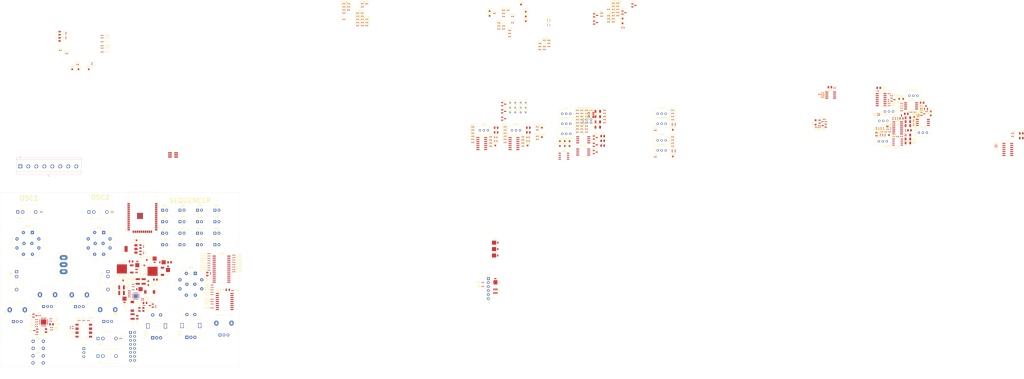
<source format=kicad_pcb>
(kicad_pcb (version 20241229) (generator "pcbnew") (generator_version "9.0")
  (layers (0 "F.Cu" signal) (2 "B.Cu" signal) (13 "F.Paste" user) (15 "B.Paste" user) (5 "F.SilkS" user "F.Silkscreen") (7 "B.SilkS" user "B.Silkscreen") (1 "F.Mask" user) (3 "B.Mask" user) (25 "Edge.Cuts" user))
  (net 0 "")
  (net 1 "GND")
  (net 2 "+12V")
  (net 3 "-12V")
  (net 4 "VIN_5V")
  (net 5 "+15V")
  (net 6 "Net-(C11-Pad1)")
  (net 7 "Net-(D2-A)")
  (net 8 "Net-(U4-PSN)")
  (net 9 "-15V")
  (net 10 "Net-(U4-CP)")
  (net 11 "Net-(U4-CN)")
  (net 12 "Net-(U4-FBN)")
  (net 13 "Net-(U4-FBP)")
  (net 14 "Net-(D5-K)")
  (net 15 "3V3")
  (net 16 "/MCU/ESP_EN")
  (net 17 "Net-(U10-VBUS)")
  (net 18 "/SYNTH_CV/VREF_2V5")
  (net 19 "Net-(U2-+)")
  (net 20 "Net-(C53-Pad1)")
  (net 21 "Net-(Q6A-C1)")
  (net 22 "Net-(C54-Pad2)")
  (net 23 "Net-(C55-Pad1)")
  (net 24 "Net-(Q8-S)")
  (net 25 "Net-(C57-Pad1)")
  (net 26 "/VCO_SAW_B/V_SYNC")
  (net 27 "Net-(U22-+)")
  (net 28 "Net-(C62-Pad1)")
  (net 29 "Net-(Q14-S)")
  (net 30 "Net-(C64-Pad2)")
  (net 31 "/SAW_PULSE_B/V_SAW")
  (net 32 "/SAW_TRIANG_B/V_TRIANGLE")
  (net 33 "Net-(U24A--)")
  (net 34 "/TRIANG_SINE_B/V_SINE")
  (net 35 "Net-(U24B--)")
  (net 36 "Net-(C73-Pad1)")
  (net 37 "/MCU/ESP_GPIO0")
  (net 38 "/SEQUENCER_UI/BT_START_OUT")
  (net 39 "Net-(C78-Pad1)")
  (net 40 "Net-(Q12A-C1)")
  (net 41 "Net-(C79-Pad2)")
  (net 42 "/SEQUENCER_UI/BT_REC_OUT")
  (net 43 "/MCU/SEQ_STEPS_A")
  (net 44 "/MCU/SEQ_STEPS_B")
  (net 45 "/MCU/SEQ_DIRECTION_IN")
  (net 46 "/VCO_SAW_A/V_SYNC")
  (net 47 "Net-(U12-+)")
  (net 48 "/SEQUENCER_UI/SEQ_STEPS_SW")
  (net 49 "/MCU/SEQ_CLK_A")
  (net 50 "/MCU/SEQ_CLK_B")
  (net 51 "/SEQUENCER_UI/SEQ_CLK_SW")
  (net 52 "/SAW_PULSE_A/V_SAW")
  (net 53 "Net-(C89-Pad2)")
  (net 54 "Net-(U14A--)")
  (net 55 "/SAW_TRIANG_A/V_TRIANGLE")
  (net 56 "Net-(U14B--)")
  (net 57 "/TRIANG_SINE_A/V_SINE")
  (net 58 "/SEQUENCER_UI/BT_STOP_OUT")
  (net 59 "Net-(D1-K)")
  (net 60 "VUSB1")
  (net 61 "Net-(D4-A)")
  (net 62 "Net-(D8-K)")
  (net 63 "Net-(D9-A)")
  (net 64 "Net-(D10-K)")
  (net 65 "Net-(D11-K)")
  (net 66 "Net-(D11-A)")
  (net 67 "VIN_5V_EURORACK")
  (net 68 "Net-(D13-K)")
  (net 69 "Net-(D14-K)")
  (net 70 "/SAW_TRIANG_B/V_SAW_INVERTED")
  (net 71 "Net-(D16-K)")
  (net 72 "Net-(D17-K)")
  (net 73 "Net-(D18-K)")
  (net 74 "Net-(D19-K)")
  (net 75 "Net-(D20-K)")
  (net 76 "Net-(D21-K)")
  (net 77 "Net-(D22-K)")
  (net 78 "Net-(D23-K)")
  (net 79 "Net-(D24-K)")
  (net 80 "Net-(D25-K)")
  (net 81 "Net-(D26-K)")
  (net 82 "Net-(D27-K)")
  (net 83 "Net-(D28-K)")
  (net 84 "Net-(D29-K)")
  (net 85 "Net-(D30-K)")
  (net 86 "Net-(D31-K)")
  (net 87 "Net-(D32-K)")
  (net 88 "/SAW_TRIANG_A/V_SAW_INVERTED")
  (net 89 "/OSC_FM_IN")
  (net 90 "/OSC_LFO_INTER")
  (net 91 "/GATE_OUT_INTER")
  (net 92 "/VELOCITY_OUT_INTER")
  (net 93 "/OSC2_OUT_INTER")
  (net 94 "/OSC1_OUT_INTER")
  (net 95 "/OSC2_OUT")
  (net 96 "/VELOCITY_OUT")
  (net 97 "/GATE_OUT")
  (net 98 "/OSC1_OUT")
  (net 99 "/MCU/U0RXD")
  (net 100 "Net-(J7-Pin_2)")
  (net 101 "/MCU/U0TXD")
  (net 102 "/OSC_PWM_IN")
  (net 107 "Net-(J11-Pin_1)")
  (net 108 "Net-(J13-Pin_1)")
  (net 109 "Net-(J15-Pin_1)")
  (net 110 "Net-(J17-Pin_1)")
  (net 111 "Net-(J20-Pin_1)")
  (net 112 "Net-(J22-Pin_1)")
  (net 113 "Net-(Q1-D)")
  (net 114 "/MCU/RTS")
  (net 115 "Net-(Q2-C)")
  (net 116 "Net-(Q2-B)")
  (net 117 "Net-(Q3-B)")
  (net 118 "Net-(Q3-C)")
  (net 119 "/MCU/DTR")
  (net 120 "/MCU/ESP_GPIO12")
  (net 121 "Net-(Q4-D)")
  (net 122 "Net-(Q5-D)")
  (net 123 "Net-(Q6B-C2)")
  (net 124 "Net-(Q6A-E1)")
  (net 125 "Net-(Q6A-B1)")
  (net 126 "Net-(Q7-B)")
  (net 127 "/VCO_SAW_A/V_FM")
  (net 128 "Net-(Q8-D)")
  (net 129 "Net-(Q9-D)")
  (net 130 "Net-(Q10-G)")
  (net 131 "/MCU/OSC2_FB")
  (net 132 "Net-(Q11A-C1)")
  (net 133 "Net-(Q12A-E1)")
  (net 134 "Net-(Q12B-C2)")
  (net 135 "Net-(Q12A-B1)")
  (net 136 "/VCO_SAW_B/V_PITCHSHIFT")
  (net 137 "Net-(Q13-B)")
  (net 138 "Net-(Q14-D)")
  (net 139 "Net-(Q15-D)")
  (net 140 "Net-(Q16-G)")
  (net 141 "/MCU/OSC1_FB")
  (net 142 "Net-(Q17A-C1)")
  (net 143 "/SEQUENCER_UI/BT_START_LED")
  (net 144 "/SEQUENCER_UI/BT_STOP_LED")
  (net 145 "/SEQUENCER_UI/BT_REC_LED")
  (net 146 "/SYNTH_CV/CTRL_VELOCITY_OUT")
  (net 147 "/SYNTH_CV/CTRL_GATE_OUT")
  (net 148 "Net-(R3-Pad1)")
  (net 149 "Net-(R4-Pad1)")
  (net 150 "Net-(J10-Pin_3)")
  (net 151 "Net-(J10-Pin_2)")
  (net 152 "Net-(U4-VREF)")
  (net 153 "/MCU/MIDI_EN")
  (net 154 "/MCU/ESP_GPIO16")
  (net 155 "Net-(R19-Pad2)")
  (net 156 "Net-(U9-TXD0{slash}IO1)")
  (net 157 "/SYNTH_CV/SPI_MOSI")
  (net 158 "Net-(U9-IO13)")
  (net 159 "Net-(U9-IO14)")
  (net 160 "/SYNTH_CV/SPI_SCK")
  (net 161 "Net-(U9-IO15)")
  (net 162 "/MCU/ESP_GPIO15")
  (net 163 "Net-(U9-IO17)")
  (net 164 "Net-(U9-IO18)")
  (net 165 "/SEQUENCER_UI/MCP_RST")
  (net 166 "Net-(U9-IO26)")
  (net 167 "/MCU/CV_VELOCITY_DAC")
  (net 168 "/MCU/I2C_SDA")
  (net 169 "Net-(U9-IO21)")
  (net 170 "/MCU/I2C_SCL")
  (net 171 "Net-(U9-IO22)")
  (net 172 "/CALIBATION_MODE")
  (net 173 "/MCU/ESP_GPIO04")
  (net 174 "/MCU/ESP_GPIO05")
  (net 175 "Net-(U10-~{RST})")
  (net 176 "Net-(U10-TXD)")
  (net 177 "Net-(U10-RXD)")
  (net 178 "Net-(U11A-+)")
  (net 179 "Net-(U19-VoutA)")
  (net 180 "Net-(U21A-+)")
  (net 181 "Net-(U19-VoutB)")
  (net 182 "Net-(U2--)")
  (net 183 "Net-(U11A--)")
  (net 184 "Net-(U21A--)")
  (net 185 "Net-(R60-Pad1)")
  (net 186 "/SYNTH_CV/CTRL_PITCH_OSC1")
  (net 187 "/SYNTH_CV/CTRL_PITCH_OSC2")
  (net 188 "Net-(R66-Pad1)")
  (net 189 "Net-(R68-Pad2)")
  (net 190 "Net-(R69-Pad1)")
  (net 191 "Net-(R70-Pad2)")
  (net 192 "Net-(R71-Pad1)")
  (net 193 "Net-(U21B-+)")
  (net 194 "Net-(R75-Pad2)")
  (net 195 "Net-(R76-Pad1)")
  (net 196 "Net-(R77-Pad1)")
  (net 197 "Net-(U23A--)")
  (net 198 "Net-(R81-Pad2)")
  (net 199 "Net-(R84-Pad2)")
  (net 200 "Net-(U23B--)")
  (net 201 "Net-(U22--)")
  (net 202 "Net-(R90-Pad2)")
  (net 203 "Net-(U24A-+)")
  (net 204 "Net-(R98-Pad1)")
  (net 205 "Net-(R100-Pad1)")
  (net 206 "Net-(R102-Pad1)")
  (net 207 "Net-(R104-Pad2)")
  (net 208 "Net-(R105-Pad2)")
  (net 209 "/SAW_PULSE_A/V_PWM_CTRL")
  (net 210 "Net-(R106-Pad1)")
  (net 211 "Net-(R107-Pad1)")
  (net 212 "Net-(U24D--)")
  (net 213 "/SAW_PULSE_B/V_PULSE")
  (net 214 "Net-(R112-Pad1)")
  (net 215 "Net-(R113-Pad2)")
  (net 216 "Net-(R114-Pad1)")
  (net 217 "Net-(R115-Pad1)")
  (net 218 "Net-(R115-Pad2)")
  (net 219 "Net-(U25-A2)")
  (net 220 "/SEQUENCER_UI/LED1")
  (net 221 "/SEQUENCER_UI/LED9")
  (net 222 "/SEQUENCER_UI/LED2")
  (net 223 "/SEQUENCER_UI/LED10")
  (net 224 "/SEQUENCER_UI/LED3")
  (net 225 "/SEQUENCER_UI/LED11")
  (net 226 "/SEQUENCER_UI/LED4")
  (net 227 "/SEQUENCER_UI/LED12")
  (net 228 "/SEQUENCER_UI/LED5")
  (net 229 "/SEQUENCER_UI/LED13")
  (net 230 "/SEQUENCER_UI/LED6")
  (net 231 "/SEQUENCER_UI/LED14")
  (net 232 "/SEQUENCER_UI/LED7")
  (net 233 "/SEQUENCER_UI/LED15")
  (net 234 "/SEQUENCER_UI/LED8")
  (net 235 "/SEQUENCER_UI/LED16")
  (net 236 "/VCO_SAW_A/V_PITCHSHIFT")
  (net 237 "Net-(R137-Pad2)")
  (net 238 "Net-(R138-Pad1)")
  (net 239 "Net-(R140-Pad2)")
  (net 240 "Net-(R141-Pad1)")
  (net 241 "Net-(U11B-+)")
  (net 242 "Net-(R145-Pad2)")
  (net 243 "Net-(R146-Pad1)")
  (net 244 "Net-(R147-Pad1)")
  (net 245 "Net-(U13A--)")
  (net 246 "Net-(R151-Pad2)")
  (net 247 "Net-(R154-Pad2)")
  (net 248 "Net-(U13B--)")
  (net 249 "Net-(R160-Pad2)")
  (net 250 "Net-(U12--)")
  (net 251 "Net-(U14A-+)")
  (net 252 "Net-(R168-Pad1)")
  (net 253 "Net-(R169-Pad2)")
  (net 254 "Net-(R172-Pad1)")
  (net 255 "Net-(R174-Pad2)")
  (net 256 "Net-(R175-Pad2)")
  (net 257 "Net-(R176-Pad2)")
  (net 258 "Net-(R177-Pad1)")
  (net 259 "Net-(U14D--)")
  (net 260 "/SAW_PULSE_A/V_PULSE")
  (net 261 "Net-(U10-~{SUSPEND})")
  (net 262 "Net-(R180-Pad2)")
  (net 263 "Net-(R182-Pad2)")
  (net 264 "Net-(R184-Pad1)")
  (net 265 "Net-(R186-Pad2)")
  (net 266 "Net-(R188-Pad1)")
  (net 267 "Net-(R189-Pad1)")
  (net 268 "/MCU/MCP2_INT")
  (net 269 "Net-(U15-A0)")
  (net 270 "/MCU/MCP2_RST")
  (net 271 "Net-(U9-IO19)")
  (net 272 "Net-(U23A-+)")
  (net 273 "/MCU/SEQ_GATE_LENGTH_IN")
  (net 274 "Net-(U13A-+)")
  (net 279 "/MCU/CP_DN")
  (net 280 "/MCU/CP_DP")
  (net 281 "Net-(J10-Pin_4)")
  (net 282 "Net-(J10-Pin_5)")
  (net 324 "Net-(J23-Pin_1)")
  (net 325 "Net-(Q7-G)")
  (net 326 "Net-(Q13-G)")
  (footprint "Capacitor_SMD:C_0402_1005Metric" (layer "F.Cu") (at 584.5 46.55)
    (property "Reference" "C79")
    (property "Value" "1nF")
  )
  (footprint "Resistor_SMD:R_0402_1005Metric" (layer "F.Cu") (at 383.49 43.75)
    (property "Reference" "R77")
    (property "Value" "1.8k")
  )
  (footprint "LED_THT:LED_D3.0mm_Clear" (layer "F.Cu") (at 120.111481 100.666666)
    (property "Reference" "D24")
    (property "Value" "LED")
  )
  (footprint "Resistor_SMD:R_0402_1005Metric" (layer "F.Cu") (at 49.5 167.95)
    (property "Reference" "R36")
    (property "Value" "47k")
  )
  (footprint "Package_TO_SOT_SMD:SOT-23" (layer "F.Cu") (at 584 23.05)
    (property "Reference" "U18")
    (property "Value" "LM4040DBZ-2.5")
  )
  (footprint "Capacitor_SMD:C_1210_3225Metric" (layer "F.Cu") (at 94 142.5 180)
    (property "Reference" "C23")
    (property "Value" "22uF")
  )
  (footprint "Resistor_SMD:R_0402_1005Metric" (layer "F.Cu") (at 386.4 29.82)
    (property "Reference" "R78")
    (property "Value" "0R")
  )
  (footprint "Resistor_SMD:R_0402_1005Metric" (layer "F.Cu") (at 149.49 124 180)
    (property "Reference" "R125")
    (property "Value" "470")
  )
  (footprint "TestPoint:TestPoint_Pad_1.0x1.0mm" (layer "F.Cu") (at 412.22 -28.54)
    (property "Reference" "TP17")
    (property "Value" "V_CTRL_PWM")
  )
  (footprint "Resistor_SMD:R_0402_1005Metric" (layer "F.Cu") (at 386.4 33.8)
    (property "Reference" "R80")
    (property "Value" "10k")
  )
  (footprint "Resistor_SMD:R_0402_1005Metric" (layer "F.Cu") (at 602 28.55)
    (property "Reference" "R162")
    (property "Value" "4.7k")
  )
  (footprint "Connector_PinHeader_1.00mm:PinHeader_1x01_P1.00mm_Vertical" (layer "F.Cu") (at 344.15 31.12)
    (property "Reference" "J16")
    (property "Value" "Conn_01x01_Pin")
  )
  (footprint "Resistor_SMD:R_0402_1005Metric" (layer "F.Cu") (at 93.5 175)
    (property "Reference" "R2")
    (property "Value" "1k")
  )
  (footprint "TestPoint:TestPoint_Pad_1.0x1.0mm" (layer "F.Cu") (at 111 141)
    (property "Reference" "TP5" (hide yes))
    (property "Value" "-15V")
  )
  (footprint "Package_SO:SOIC-8_5.3x6.2mm_P1.27mm" (layer "F.Cu") (at 387.26 48.62)
    (property "Reference" "U22")
    (property "Value" "LM311DR")
  )
  (footprint "Resistor_SMD:R_0402_1005Metric" (layer "F.Cu") (at 358.05 46.34)
    (property "Reference" "R177")
    (property "Value" "2.4k")
  )
  (footprint "Capacitor_SMD:C_0805_2012Metric" (layer "F.Cu") (at 594.5 42.57)
    (property "Reference" "C43")
    (property "Value" "1uF")
  )
  (footprint "Resistor_SMD:R_0402_1005Metric" (layer "F.Cu") (at 602 29.55 180)
    (property "Reference" "R161")
    (property "Value" "4.7k")
  )
  (footprint "Capacitor_SMD:C_0402_1005Metric" (layer "F.Cu") (at 164.5 144.5)
    (property "Reference" "C95")
    (property "Value" "100nF")
  )
  (footprint "Diode_SMD:D_SOD-523" (layer "F.Cu") (at 63 168 -90)
    (property "Reference" "D11")
    (property "Value" "1N4148WT")
  )
  (footprint "Resistor_SMD:R_0402_1005Metric" (layer "F.Cu") (at 386.4 39.77)
    (property "Reference" "R83")
    (property "Value" "10k")
  )
  (footprint "Package_DIP:PowerIntegrations_SMD-8" (layer "F.Cu") (at 70 170)
    (property "Reference" "U7")
    (property "Value" "6N137")
  )
  (footprint "Capacitor_SMD:C_1206_3216Metric" (layer "F.Cu") (at 593.5 48.05 180)
    (property "Reference" "C62")
    (property "Value" "100nF")
  )
  (footprint "LED_THT:LED_D3.0mm_Clear" (layer "F.Cu") (at 142.23 93.333333)
    (property "Reference" "D20")
    (property "Value" "LED")
  )
  (footprint "Diode_SMD:D_Powermite_AK" (layer "F.Cu") (at 95.845 150.3475 -90)
    (property "Reference" "D4")
    (property "Value" "D")
  )
  (footprint "Resistor_SMD:R_0402_1005Metric" (layer "F.Cu") (at 317.15 44.34)
    (property "Reference" "R97")
    (property "Value" "10k")
  )
  (footprint "Resistor_SMD:R_0402_1005Metric" (layer "F.Cu") (at 649.5 53 180)
    (property "Reference" "R59")
    (property "Value" "10k")
  )
  (footprint "Potentiometer_THT:Potentiometer_Bourns_3296W_Vertical" (layer "F.Cu") (at 439.63 55.32)
    (property "Reference" "RV10")
    (property "Value" "1k")
  )
  (footprint "Resistor_SMD:R_0402_1005Metric" (layer "F.Cu") (at 578 41.55 -90)
    (property "Reference" "R146")
    (property "Value" "1M")
  )
  (footprint "Capacitor_SMD:C_0402_1005Metric" (layer "F.Cu") (at 362.61 -14.71)
    (property "Reference" "C82")
    (property "Value" "1nF")
  )
  (footprint "Capacitor_SMD:C_0402_1005Metric" (layer "F.Cu") (at 359.74 -10.77)
    (property "Reference" "C80")
    (property "Value" "1nF")
  )
  (footprint "Resistor_SMD:R_0402_1005Metric" (layer "F.Cu") (at 540.362738 35.55 180)
    (property "Reference" "R47")
    (property "Value" "100k")
  )
  (footprint "Resistor_SMD:R_0402_1005Metric" (layer "F.Cu") (at 537.362738 40.55 180)
    (property "Reference" "R52")
    (property "Value" "220")
  )
  (footprint "Diode_SMD:D_Powermite_AK" (layer "F.Cu") (at 331.3285 114)
    (property "Reference" "D9")
    (property "Value" "D")
  )
  (footprint "Resistor_SMD:R_0402_1005Metric" (layer "F.Cu") (at 98.845 146.5)
    (property "Reference" "R14")
    (property "Value" "85.6k")
  )
  (footprint "Connector_PinHeader_1.00mm:PinHeader_1x01_P1.00mm_Vertical" (layer "F.Cu") (at 347.48 31.12)
    (property "Reference" "J19")
    (property "Value" "Conn_01x01_Pin")
  )
  (footprint "Resistor_SMD:R_0402_1005Metric" (layer "F.Cu") (at 383.49 37.78)
    (property "Reference" "R74")
    (property "Value" "100k")
  )
  (footprint "Capacitor_SMD:C_0402_1005Metric" (layer "F.Cu") (at 108 116.5 -90)
    (property "Reference" "C30")
    (property "Value" "100nF")
  )
  (footprint "Capacitor_SMD:C_0402_1005Metric" (layer "F.Cu") (at 365.48 -10.77)
    (property "Reference" "C94")
    (property "Value" "1nF")
  )
  (footprint "Capacitor_SMD:C_0402_1005Metric" (layer "F.Cu") (at 98.845 145.5 180)
    (property "Reference" "C17")
    (property "Value" "10nF")
  )
  (footprint "Resistor_SMD:R_0402_1005Metric" (layer "F.Cu") (at 317.15 48.32)
    (property "Reference" "R99")
    (property "Value" "10k")
  )
  (footprint "Resistor_SMD:R_0402_1005Metric" (layer "F.Cu") (at 539.475 18.635 180)
    (property "Reference" "R57")
    (property "Value" "47k")
  )
  (footprint "Capacitor_SMD:C_1210_3225Metric" (layer "F.Cu") (at 94 146 180)
    (property "Reference" "C22")
    (property "Value" "22uF")
  )
  (footprint "LED_THT:LED_D3.0mm_Clear" (layer "F.Cu") (at 120.111481 108)
    (property "Reference" "D17")
    (property "Value" "LED")
  )
  (footprint "mylib:Jack_3.5mm_QingPu_WQP-PJ398SM_Vertical_CircularHoles" (layer "F.Cu") (at 79.07 186.178434 90)
    (property "Reference" "J4")
    (property "Value" "AudioJack2_SwitchT")
  )
  (footprint "Package_TO_SOT_SMD:SOT-223-3_TabPin2" (layer "F.Cu") (at 100 118 180)
    (property "Reference" "U8")
    (property "Value" "AZ1117CH2-3.3")
  )
  (footprint "Resistor_SMD:R_0402_1005Metric" (layer "F.Cu") (at 383.49 33.8)
    (property "Reference" "R72")
    (property "Value" "100k")
  )
  (footprint "Resistor_SMD:R_0402_1005Metric" (layer "F.Cu") (at 235.26 -37.95)
    (property "Reference" "R109")
    (property "Value" "100k")
  )
  (footprint "mylib:Potentiometer_RV09_Single_Vertical" (layer "F.Cu") (at 156.53 172.725 90)
    (property "Reference" "RV13")
    (property "Value" "100k")
  )
  (footprint "Package_TO_SOT_SMD:SOT-23" (layer "F.Cu") (at 394.94 56.395)
    (property "Reference" "Q10")
    (property "Value" "2N7002")
  )
  (footprint "Capacitor_SMD:C_0805_2012Metric" (layer "F.Cu") (at 106 116.5 -90)
    (property "Reference" "C29")
    (property "Value" "10uF")
  )
  (footprint "Resistor_SMD:R_0402_1005Metric" (layer "F.Cu") (at 151.5 155.5 180)
    (property "Reference" "R198")
    (property "Value" "4.7k")
  )
  (footprint "Resistor_SMD:R_0402_1005Metric" (layer "F.Cu") (at 40 172.45 180)
    (property "Reference" "R46")
    (property "Value" "0R")
  )
  (footprint "Resistor_SMD:R_0402_1005Metric" (layer "F.Cu") (at 389.31 31.81)
    (property "Reference" "R87")
    (property "Value" "0R")
  )
  (footprint "Resistor_SMD:R_0402_1005Metric" (layer "F.Cu") (at 403.42 -26.38)
    (property "Reference" "R68")
    (property "Value" "5.9M")
  )
  (footprint "Package_TO_SOT_SMD:SOT-23" (layer "F.Cu") (at 394.94 51.77)
    (property "Reference" "Q9")
    (property "Value" "2N7002")
  )
  (footprint "Resistor_SMD:R_0402_1005Metric" (layer "F.Cu") (at 392.22 29.82)
    (property "Reference" "R94")
    (property "Value" "4.7k")
  )
  (footprint "Potentiometer_THT:Potentiometer_Bourns_3296W_Vertical" (layer "F.Cu") (at 392.22 37.78)
    (property "Reference" "RV6")
    (property "Value" "100k")
  )
  (footprint "Potentiometer_THT:Potentiometer_Bourns_3296W_Vertical" (layer "F.Cu") (at 326.69 42.55)
    (property "Reference" "RV8")
    (property "Value" "100k")
  )
  (footprint "Resistor_SMD:R_0402_1005Metric" (layer "F.Cu") (at 151.5 145.5)
    (property "Reference" "R115")
    (property "Value" "100k")
  )
  (footprint "Potentiometer_THT:Potentiometer_Bourns_3296W_Vertical" (layer "F.Cu") (at 439.63 38.39)
    (property "Reference" "RV23")
    (property "Value" "1k")
  )
  (footprint "Resistor_SMD:R_0402_1005Metric" (layer "F.Cu") (at 444.09 46.75)
    (property "Reference" "R101")
    (property "Value" "5.1k")
  )
  (footprint "Package_DFN_QFN:VQFN-24-1EP_4x4mm_P0.5mm_EP2.45x2.45mm_ThermalVias" (layer "F.Cu") (at 103.025 148 90)
    (property "Reference" "U4")
    (property "Value" "TPS65131TRGERQ1")
  )
  (footprint "Resistor_SMD:R_0402_1005Metric" (layer "F.Cu") (at 151.5 144)
    (property "Reference" "R190")
    (property "Value" "100k")
  )
  (footprint "Diode_SMD:D_SOD-123F" (layer "F.Cu") (at 534.862738 37.55 90)
    (property "Reference" "D13")
    (property "Value" "BZT52Bxx")
  )
  (footprint "Resistor_SMD:R_0402_1005Metric" (layer "F.Cu") (at 246.9 -35.96)
    (property "Reference" "R189")
    (property "Value" "10k")
  )
  (footprint "mylib:Jack_3.5mm_QingPu_WQP-PJ398SM_Vertical_CircularHoles" (layer "F.Cu") (at 85.35 132.42)
    (property "Reference" "J1")
    (property "Value" "AudioJack2_SwitchT")
  )
  (footprint "Package_TO_SOT_SMD:SOT-23-6" (layer "F.Cu") (at 331.5 144.88 -90)
    (property "Reference" "U3")
    (property "Value" "USBLC6-2SC6")
  )
  (footprint "TestPoint:TestPoint_Pad_1.0x1.0mm" (layer "F.Cu") (at 331.45 52.17)
    (property "Reference" "TP15")
    (property "Value" "V_TRIANGLE")
  )
  (footprint "Resistor_SMD:R_0402_1005Metric" (layer "F.Cu") (at 409.24 -38.32)
    (property "Reference" "R188")
    (property "Value" "470k")
  )
  (footprint "Resistor_SMD:R_0402_1005Metric" (layer "F.Cu") (at 406.33 -28.37)
    (property "Reference" "R184")
    (property "Value" "22.1k")
  )
  (footprint "TestPoint:TestPoint_Pad_1.0x1.0mm" (layer "F.Cu") (at 378.57 52.54)
    (property "Reference" "TP14")
    (property "Value" "V_SYNC_FB3V3")
  )
  (footprint "Capacitor_SMD:C_0805_2012Metric" (layer "F.Cu") (at 573.5 45.05 90)
    (property "Reference" "C77")
    (property "Value" "1uF")
  )
  (footprint "Resistor_SMD:R_0402_1005Metric" (layer "F.Cu") (at 577 43.55)
    (property "Reference" "R150")
    (property "Value" "10k")
  )
  (footprint "Resistor_SMD:R_0402_1005Metric" (layer "F.Cu") (at 403.42 -28.37)
    (property "Reference" "R67")
    (property "Value" "1k")
  )
  (footprint "Resistor_SMD:R_0402_1005Metric" (layer "F.Cu") (at 597 39.05 -90)
    (property "Reference" "R160")
    (property "Value" "1k")
  )
  (footprint "Potentiometer_THT:Potentiometer_Bourns_3296W_Vertical" (layer "F.Cu") (at 575 49.55 180)
    (property "Reference" "RV19")
    (property "Value" "100k")
  )
  (footprint "Resistor_SMD:R_0402_1005Metric" (layer "F.Cu") (at 246.9 -31.98)
    (property "Reference" "R192")
    (property "Value" "100R")
  )
  (footprint "Package_TO_SOT_SMD:TO-252-2" (layer "F.Cu") (at 95.46 130.72 180)
    (property "Reference" "U5")
    (property "Value" "MC78M12CDTRKG")
  )
  (footprint "Package_TO_SOT_SMD:SOT-23" (layer "F.Cu") (at 395.08 -30.595)
    (property "Reference" "Q7")
    (property "Value" "2N7002")
  )
  (footprint "LED_THT:LED_D3.0mm_Clear" (layer "F.Cu") (at 153.289259 108)
    (property "Reference" "D23")
    (property "Value" "LED")
  )
  (footprint "Resistor_SMD:R_0402_1005Metric" (layer "F.Cu") (at 389.31 37.78)
    (property "Reference" "R90")
    (property "Value" "1k")
  )
  (footprint "Resistor_SMD:R_0402_1005Metric" (layer "F.Cu") (at 537.475 19.635 180)
    (property "Reference" "R63")
    (property "Value" "1k")
  )
  (footprint "Capacitor_SMD:C_0805_2012Metric" (layer "F.Cu") (at 543.975 15.135 180)
    (property "Reference" "C61")
    (property "Value" "1uF")
  )
  (footprint "Diode_SMD:D_Powermite_AK" (layer "F.Cu") (at 331.3285 118.09)
    (property "Reference" "D10")
    (property "Value" "D")
  )
  (footprint "Capacitor_SMD:C_0805_2012Metric" (layer "F.Cu") (at 352.37 40.87)
    (property "Reference" "C6")
    (property "Value" "1uF")
  )
  (footprint "Resistor_SMD:R_0402_1005Metric" (layer "F.Cu") (at 58.63 -16.255 90)
    (property "Reference" "R18")
    (property "Value" "10k")
  )
  (footprint "Capacitor_SMD:C_1206_3216Metric" (layer "F.Cu") (at 593.5 50.55 180)
    (property "Reference" "C63")
    (property "Value" "100nF")
  )
  (footprint "Resistor_SMD:R_0402_1005Metric" (layer "F.Cu") (at 149.49 127 180)
    (property "Reference" "R129")
    (property "Value" "470")
  )
  (footprint "Diode_SMD:D_SOD-523" (layer "F.Cu") (at 352.195 46.97)
    (property "Reference" "D32")
    (property "Value" "1N4148WT")
  )
  (footprint "LED_THT:LED_D3.0mm_Clear" (layer "F.Cu") (at 142.23 115.333333)
    (property "Reference" "D29")
    (property "Value" "LED")
  )
  (footprint "TestPoint:TestPoint_Pad_1.0x1.0mm" (layer "F.Cu") (at 608 30.55)
    (property "Reference" "TP24")
    (property "Value" "V_SYNC_FB3V3")
  )
  (footprint "TestPoint:TestPoint_Pad_1.0x1.0mm" (layer "F.Cu") (at 95 138)
    (property "Reference" "TP4" (hide yes))
    (property "Value" "+15V")
  )
  (footprint "Resistor_SMD:R_0402_1005Metric" (layer "F.Cu") (at 246.9 -26.01)
    (property "Reference" "R195")
    (property "Value" "100R")
  )
  (footprint "Capacitor_SMD:C_0402_1005Metric" (layer "F.Cu") (at 660.07 46.47)
    (property "Reference" "C51")
    (property "Value" "100nF")
  )
  (footprint "Resistor_SMD:R_0402_1005Metric" (layer "F.Cu") (at 535.362738 40.55 180)
    (property "Reference" "R54")
    (property "Value" "1k")
  )
  (footprint "Resistor_SMD:R_0402_1005Metric" (layer "F.Cu") (at 107.345 150.5 180)
    (property "Reference" "R8")
    (property "Value" "100R")
  )
  (footprint "Resistor_SMD:R_0402_1005Metric" (layer "F.Cu") (at 589.5 28.55)
    (property "Reference" "R149")
    (property "Value" "10k")
  )
  (footprint "Capacitor_SMD:C_0402_1005Metric" (layer "F.Cu") (at 328.49 46.73)
    (property "Reference" "C1")
    (property "Value" "100nF")
  )
  (footprint "Capacitor_SMD:C_0805_2012Metric" (layer "F.Cu") (at 575 15.55)
    (property "Reference" "C41")
    (property "Value" "1uF")
  )
  (footprint "LED_THT:LED_D3.0mm_Clear" (layer "F.Cu") (at 120.111481 93.333333)
    (property "Reference" "D16")
    (property "Value" "LED")
  )
  (footprint "TestPoint:TestPoint_Pad_1.0x1.0mm" (layer "F.Cu") (at 350.75 -29.875)
    (property "Reference" "TP35")
    (property "Value" "ESP_EN")
  )
  (footprint "Potentiometer_THT:Potentiometer_Bourns_3296W_Vertical" (layer "F.Cu") (at 439.63 48.94)
    (property "Reference" "RV9")
    (property "Value" "1k")
  )
  (footprint "Capacitor_SMD:C_0402_1005Metric" (layer "F.Cu") (at 340.5 -17.03)
    (property "Reference" "C75")
    (property "Value" "1nF")
  )
  (footprint "Resistor_SMD:R_0402_1005Metric" (layer "F.Cu") (at 589.5 27.05 180)
    (property "Reference" "R151")
    (property "Value" "10k")
  )
  (footprint "Capacitor_SMD:C_0805_2012Metric" (layer "F.Cu") (at 665.55 47.51)
    (property "Reference" "C50")
    (property "Value" "1uF")
  )
  (footprint "Resistor_SMD:R_0402_1005Metric" (layer "F.Cu") (at 336.57 -23.85)
    (property "Reference" "R37")
    (property "Value" "10k")
  )
  (footprint "Button_Switch_THT:SW_PUSH_6mm" (layer "F.Cu") (at 37.75 186)
    (property "Reference" "SW5")
    (property "Value" "SW_Push")
  )
  (footprint "Resistor_SMD:R_0402_1005Metric" (layer "F.Cu") (at 59.13 -6.255)
    (property "Reference" "R22")
    (property "Value" "33R")
  )
  (footprint "Diode_SMD:D_Powermite_AK" (layer "F.Cu") (at 331.3285 122.18)
    (property "Reference" "D12")
    (property "Value" "D")
  )
  (footprint "Capacitor_SMD:C_0402_1005Metric" (layer "F.Cu") (at 577.5 45.55 -90)
    (property "Reference" "C78")
    (property "Value" "100nF")
  )
  (footprint "Capacitor_SMD:C_1206_3216Metric" (layer "F.Cu") (at 396.5 30.5)
    (property "Reference" "C55")
    (property "Value" "100nF")
  )
  (footprint "Capacitor_SMD:C_0805_2012Metric" (layer "F.Cu") (at 331.92 40.87)
    (property "Reference" "C2")
    (property "Value" "1uF")
  )
  (footprint "Capacitor_SMD:C_0805_2012Metric" (layer "F.Cu") (at 148.5 134 -90)
    (property "Reference" "C68")
    (property "Value" "1uF")
  )
  (footprint "Resistor_SMD:R_0402_1005Metric" (layer "F.Cu") (at 398.99 -30.01)
    (property "Reference" "R65")
    (property "Value" "1k")
  )
  (footprint "Resistor_SMD:R_0402_1005Metric" (layer "F.Cu") (at 444.09 50.73)
    (property "Reference" "R103")
    (property "Value" "10k")
  )
  (footprint "Resistor_SMD:R_0402_1005Metric" (layer "F.Cu") (at 317.15 42.35)
    (property "Reference" "R96")
    (property "Value" "4.7k")
  )
  (footprint "Diode_SMD:D_Powermite_AK" (layer "F.Cu") (at 123.5 130.6525 90)
    (property "Reference" "D6")
    (property "Value" "D")
  )
  (footprint "Resistor_SMD:R_0402_1005Metric" (layer "F.Cu") (at 243.99 -31.98)
    (property "Reference" "R138")
    (property "Value" "10k")
  )
  (footprint "TestPoint:TestPoint_Pad_1.0x1.0mm" (layer "F.Cu") (at 73.13 3.745)
    (property "Reference" "TP31")
    (property "Value" "CS")
  )
  (footprint "Capacitor_SMD:C_0805_2012Metric" (layer "F.Cu") (at 106 120.5 90)
    (property "Reference" "C26")
    (property "Value" "10uF")
  )
  (footprint "Resistor_SMD:R_0402_1005Metric" (layer "F.Cu") (at 597 36.55 -90)
    (property "Reference" "R159")
    (property "Value" "22.1k")
  )
  (footprint "Package_TO_SOT_SMD:SOT-23" (layer "F.Cu") (at 413.15 -32.29)
    (property "Reference" "Q13")
    (property "Value" "BC848")
  )
  (footprint "Resistor_SMD:R_0402_1005Metric" (layer "F.Cu") (at 575 41.55 90)
    (property "Reference" "R143")
    (property "Value" "100k")
  )
  (footprint "RF_Module:ESP32-WROOM-32D" (layer "F.Cu") (at 107.25 97.55)
    (property "Reference" "U9")
    (property "Value" "ESP32-WROOM-32E")
  )
  (footprint "LED_THT:LED_D3.0mm_Clear" (layer "F.Cu") (at 142.23 108)
    (property "Reference" "D21")
    (property "Value" "LED")
  )
  (footprint "Package_TO_SOT_SMD:SOT-23" (layer "F.Cu") (at 336.7 30.52)
    (property "Reference" "Q19")
    (property "Value" "2N7002")
  )
  (footprint "Capacitor_SMD:C_0402_1005Metric" (layer "F.Cu") (at 600 33.55 180)
    (property "Reference" "C84")
    (property "Value" "2.2nF")
  )
  (footprint "Connector_PinHeader_2.54mm:PinHeader_2x08_P2.54mm_Vertical" (layer "F.Cu") (at 99.725 171.11)
    (property "Reference" "J9")
    (property "Value" "Conn_02x08_Odd_Even")
  )
  (footprint "Capacitor_SMD:C_0805_2012Metric" (layer "F.Cu") (at 54.63 -15.255 -90)
    (property "Reference" "C33")
    (property "Value" "1uF")
  )
  (footprint "Capacitor_SMD:C_0805_2012Metric" (layer "F.Cu") (at 602.5 25.05)
    (property "Reference" "C71")
    (property "Value" "1uF")
  )
  (footprint "Package_SO:SOIC-18W_7.5x11.6mm_P1.27mm" (layer "F.Cu") (at 159.5 151.5)
    (property "Reference" "U15")
    (property "Value" "MCP23008-xSO")
  )
  (footprint "Resistor_SMD:R_0402_1005Metric" (layer "F.Cu") (at 336.57 -31.81)
    (property "Reference" "R33")
    (property "Value" "10k")
  )
  (footprint "Resistor_SMD:R_0402_1005Metric" (layer "F.Cu") (at 339.48 -33.8)
    (property "Reference" "R39")
    (property "Value" "4.7k")
  )
  (footprint "Resistor_SMD:R_0402_1005Metric" (layer "F.Cu") (at 358.05 40.36)
    (property "Reference" "R107")
    (property "Value" "2.4k")
  )
  (footprint "Resistor_SMD:R_0402_1005Metric" (layer "F.Cu") (at 49.5 169.45 180)
    (property "Reference" "R35")
    (property "Value" "22.1k")
  )
  (footprint "TestPoint:TestPoint_Pad_1.0x1.0mm" (layer "F.Cu") (at 412.22 -25.49)
    (property "Reference" "TP27")
    (property "Value" "V_CTRL_FM")
  )
  (footprint "Resistor_SMD:R_0402_1005Metric" (layer "F.Cu") (at 67 163.5 180)
    (property "Reference" "R16")
    (property "Value" "100k")
  )
  (footprint "Resistor_SMD:R_1206_3216Metric" (layer "F.Cu") (at 593.5 37.05)
    (property "Reference" "R182")
    (property "Value" "0R")
  )
  (footprint "Resistor_SMD:R_0402_1005Metric" (layer "F.Cu") (at 75.13 0.245 -90)
    (property "Reference" "R23")
    (property "Value" "33R")
  )
  (footprint "Inductor_SMD:L_TDK_SLF6028" (layer "F.Cu") (at 111.845 145.372009)
    (property "Reference" "L2")
    (property "Value" "4.7uH")
  )
  (footprint "TestPoint:TestPoint_Pad_1.0x1.0mm" (layer "F.Cu") (at 361.03 46.87)
    (property "Reference" "TP28")
    (property "Value" "V_PULSE")
  )
  (footprint "Capacitor_SMD:C_0805_2012Metric" (layer "F.Cu") (at 115.5 137.5)
    (property "Reference" "C16")
    (property "Value" "10uF")
  )
  (footprint "Rotary_Encoder:RotaryEncoder_Alps_EC11E-Switch_Vertical_H20mm" (layer "F.Cu") (at 113.78 174.502112 90)
    (property "Reference" "SW10")
    (property "Value" "RotaryEncoder_Switch_MP")
  )
  (footprint "Resistor_SMD:R_0402_1005Metric" (layer "F.Cu") (at 595.49 31.05)
    (property "Reference" "R156")
    (property "Value" "10k")
  )
  (footprint "TestPoint:TestPoint_Pad_1.0x1.0mm" (layer "F.Cu") (at 351.9 52.17)
    (property "Reference" "TP25")
    (property "Value" "V_TRIANGLE")
  )
  (footprint "Resistor_SMD:R_0402_1005Metric" (layer "F.Cu") (at 149.5 121)
    (property "Reference" "R121")
    (property "Value" "470")
  )
  (footprint "Capacitor_SMD:C_0402_1005Metric" (layer "F.Cu") (at 328.49 52.64)
    (property "Reference" "C65")
    (property "Value" "100pF")
  )
  (footprint "Resistor_SMD:R_0402_1005Metric" (layer "F.Cu") (at 151.5 151.5)
    (property "Reference" "R199")
    (property "Value" "0R")
  )
  (footprint "Resistor_SMD:R_0402_1005Metric" (layer "F.Cu") (at 383.49 35.79)
    (property "Reference" "R73")
    (property "Value" "100k")
  )
  (footprint "Connector_PinHeader_1.00mm:PinHeader_1x01_P1.00mm_Vertical" (layer "F.Cu") (at 350.81 25.02)
    (property "Reference" "J20")
    (property "Value" "Conn_01x01_Pin")
  )
  (footprint "Resistor_SMD:R_0402_1005Metric" (layer "F.Cu") (at 330.75 -31.81)
    (property "Reference" "R19")
    (property "Value" "100k")
  )
  (footprint "Resistor_SMD:R_0402_1005Metric" (layer "F.Cu") (at 337.6 48.32)
    (property "Reference" "R169")
    (property "Value" "10k")
  )
  (footprint "Resistor_SMD:R_0402_1005Metric" (layer "F.Cu") (at 165.3 123.5)
    (property "Reference" "R132")
    (property "Value" "470")
  )
  (footprint "Resistor_SMD:R_0402_1005Metric" (layer "F.Cu") (at 40 165.95)
    (property "Reference" "R41")
    (property "Value" "0R")
  )
  (footprint "Resistor_SMD:R_0402_1005Metric" (layer "F.Cu") (at 584 35.05 -90)
    (property "Reference" "R141")
    (property "Value" "5.9M")
  )
  (footprint "LED_THT:LED_D3.0mm_Clear" (layer "F.Cu") (at 153.289259 93.333333)
    (property "Reference" "D22")
    (property "Value" "LED")
  )
  (footprint "Resistor_SMD:R_0402_1005Metric" (layer "F.Cu") (at 165.3 128)
    (property "Reference" "R126")
    (property "Value" "470")
  )
  (footprint "Resistor_SMD:R_0402_1005Metric" (layer "F.Cu") (at 243.99 -28)
    (property "Reference" "R175")
    (property "Value" "100R")
  )
  (footprint "Package_TO_SOT_SMD:SOT-363_SC-70-6" (layer "F.Cu") (at 444.76 38.785)
    (property "Reference" "Q17")
    (property "Value" "BCM847BS")
  )
  (footprint "Resistor_SMD:R_0402_1005Metric" (layer "F.Cu") (at 88 94.5)
    (property "Reference" "R1")
    (property "Value" "1k")
  )
  (footprint "Resistor_SMD:R_0402_1005Metric" (layer "F.Cu") (at 358.05 42.35)
    (property "Reference" "R108")
    (property "Value" "1k")
  )
  (footprint "Capacitor_SMD:C_0402_1005Metric" (layer "F.Cu") (at 348.94 50.67)
    (property "Reference" "C89")
    (property "Value" "1nF")
  )
  (footprint "Resistor_SMD:R_0402_1005Metric" (layer "F.Cu") (at 581.51 19.32)
    (property "Reference" "R55")
    (property "Value" "33R")
  )
  (footprint "TestPoint:TestPoint_Pad_1.0x1.0mm" (layer "F.Cu") (at 588 22.55)
    (property "Reference" "TP22")
    (property "Value" "V_SAW_INVERTED")
  )
  (footprint "Resistor_SMD:R_0402_1005Metric" (layer "F.Cu") (at 406.33 -30.36)
    (property "Reference" "R137")
    (property "Value" "100k")
  )
  (footprint "Resistor_SMD:R_0402_1005Metric" (layer "F.Cu") (at 151.5 147 180)
    (property "Reference" "R116")
    (property "Value" "100k")
  )
  (footprint "Resistor_SMD:R_0402_1005Metric" (layer "F.Cu") (at 317.15 50.31)
    (property "Reference" "R100")
    (property "Value" "10k")
  )
  (footprint "Capacitor_SMD:C_0402_1005Metric" (layer "F.Cu") (at 592 42.57 -90)
    (property "Reference" "C93")
    (property "Value" "100nF")
  )
  (footprint "Package_SO:SOIC-8_5.3x6.2mm_P1.27mm" (layer "F.Cu") (at 387.26 56.37)
    (property "Reference" "U23")
    (property "Value" "TL072")
  )
  (footprint "Resistor_SMD:R_0402_1005Metric" (layer "F.Cu") (at 40 167.45 180)
    (property "Reference" "R43")
    (property "Value" "10k")
  )
  (footprint "Package_TO_SOT_SMD:SOT-23" (layer "F.Cu") (at 336.7 35.145)
    (property "Reference" "Q20")
    (property "Value" "2N7002")
  )
  (footprint "Capacitor_SMD:C_0805_2012Metric" (layer "F.Cu") (at 103.5 132 90)
    (property "Reference" "C10")
    (property "Value" "10uF")
  )
  (footprint "Potentiometer_THT:Potentiometer_Bourns_3296W_Vertical" (layer "F.Cu") (at 392.22 35.79)
    (property "Reference" "RV5")
    (property "Value" "100k")
  )
  (footprint "Connector_PinHeader_1.00mm:PinHeader_1x01_P1.00mm_Vertical" (layer "F.Cu") (at 347.48 28.07)
    (property "Reference" "J18")
    (property "Value" "Conn_01x01_Pin")
  )
  (footprint "Potentiometer_THT:Potentiometer_Bourns_3296W_Vertical" (layer "F.Cu") (at 347.14 42.55)
    (property "Reference" "RV21")
    (property "Value" "100k")
  )
  (footprint "Resistor_SMD:R_0402_1005Metric" (layer "F.Cu") (at 41.99 160.45 180)
    (property "Reference" "R45")
    (property "Value" "0R")
  )
  (footprint "Capacitor_SMD:C_0402_1005Metric" (layer "F.Cu") (at 98.845 147.5)
    (property "Reference" "C20")
    (property "Value" "6.8pF")
  )
  (footprint "Capacitor_SMD:C_0402_1005Metric" (layer "F.Cu") (at 400.76 35.72)
    (property "Reference" "C54")
    (property "Value" "1nF")
  )
  (footprint "TestPoint:TestPoint_Pad_1.0x1.0mm" (layer "F.Cu") (at 111 138.5)
    (property "Reference" "TP32" (hide yes))
    (property "Value" "GND")
  )
  (footprint "Connector_PinHeader_1.00mm:PinHeader_1x01_P1.00mm_Vertical" (layer "F.Cu") (at 340.82 28.07)
    (property "Reference" "J12")
    (property "Value" "Conn_01x01_Pin")
  )
  (footprint "Capacitor_SMD:C_0402_1005Metric" (layer "F.Cu") (at 348.94 48.7)
    (property "Reference" "C8")
    (property "Value" "100nF")
  )
  (footprint "Capacitor_SMD:C_0402_1005Metric" (layer "F.Cu") (at 151.5 141 180)
    (property "Reference" "C83")
    (property "Value" "1nF")
  )
  (footprint "Package_TO_SOT_SMD:SOT-23" (layer "F.Cu") (at 605 28.05 90)
    (property "Reference" "Q16")
    (property "Value" "2N7002")
  )
  (footprint "Package_TO_SOT_SMD:SOT-23" (layer "F.Cu") (at 419.4375 -36.915)
    (property "Reference" "Q7")
    (property "Value" "BC848")
  )
  (footprint "TestPoint:TestPoint_Pad_1.0x1.0mm" (layer "F.Cu") (at 66.63 3.745)
    (property "Reference" "TP29")
    (property "Value" "MOSI")
  )
  (footprint "Capacitor_SMD:C_0805_2012Metric" (layer "F.Cu") (at 108.894467 152.371204)
    (property "Reference" "C14")
    (property "Value" "4.7uF")
  )
  (footprint "Potentiometer_THT:Potentiometer_Bourns_3296W_Vertical" (layer "F.Cu") (at 599.58 20.545)
    (property "Reference" "RV17")
    (property "Value" "100k")
  )
  (footprint "Resistor_SMD:R_0402_1005Metric" (layer "F.Cu") (at 587 35.05 90)
    (property "Reference" "R140")
    (property "Value" "5.9M")
  )
  (footprint "Package_TO_SOT_SMD:SOT-23" (layer "F.Cu") (at 538.362738 37.05)
    (property "Reference" "Q4")
    (property "Value" "2N7002")
  )
  (footprint "Capacitor_SMD:C_0402_1005Metric" (layer "F.Cu") (at 400.76 33.75)
    (property "Reference" "C53")
    (property "Value" "100nF")
  )
  (footprint "Resistor_SMD:R_0402_1005Metric" (layer "F.Cu") (at 409.24 -34.34)
    (property "Reference" "R203")
    (property "Value" "10k")
  )
  (footprint "Package_DFN_QFN:QFN-28-1EP_5x5mm_P0.5mm_EP3.35x3.35mm" (layer "F.Cu") (at 44.5 164.5 90)
    (property "Reference" "U10")
    (property "Value" "CP2102N-Axx-xQFN28")
  )
  (footprint "Resistor_SMD:R_0402_1005Metric" (layer "F.Cu") (at 238.17 -35.96)
    (property "Reference" "R118")
    (property "Value" "0R")
  )
  (footprint "Diode_SMD:D_Powermite_AK" (layer "F.Cu") (at 120 126.5 180)
    (property "Reference" "D5")
    (property "Value" "D")
  )
  (footprint "LED_THT:LED_D3.0mm_Clear" (layer "F.Cu") (at 131.17074 108)
    (property "Reference" "D19")
    (property "Value" "LED")
  )
  (footprint "Resistor_SMD:R_0402_1005Metric" (layer "F.Cu") (at 406.33 -34.34)
    (property "Reference" "R106")
    (property "Value" "470k")
  )
  (footprint "Resistor_SMD:R_0402_1005Metric" (layer "F.Cu") (at 149.49 131.5 180)
    (property "Reference" "R135")
    (property "Value" "470")
  )
  (footprint "TestPoint:TestPoint_Pad_1.0x1.0mm" (layer "F.Cu") (at 347.75 -37.475)
    (property "Reference" "TP33")
    (property "Value" "U0RXD")
  )
  (footprint "TestPoint:TestPoint_Pad_1.0x1.0mm" (layer "F.Cu") (at 62.63 3.745)
    (property "Reference" "TP30")
    (property "Value" "SCK")
  )
  (footprint "TestPoint:TestPoint_Pad_1.0x1.0mm" (layer "F.Cu") (at 327.77 -30.22)
    (property "Reference" "TP8")
    (property "Value" "I2C_SDA")
  )
  (footprint "Resistor_SMD:R_0402_1005Metric" (layer "F.Cu") (at 81.63 -9.755)
    (property "Reference" "R25")
    (property "Value" "33R")
  )
  (footprint "TestPoint:TestPoint_Pad_1.0x1.0mm" (layer "F.Cu") (at 90.345 157.5)
    (property "Reference" "TP2" (hide yes))
    (property "Value" "GND")
  )
  (footprint "Resistor_SMD:R_1206_3216Metric" (layer "F.Cu") (at 593.5 34.55 180)
    (property "Reference" "R183")
    (property "Value" "0R")
  )
  (footprint "Sensor_Humidity:Sensirion_DFN-4_1.5x1.5mm_P0.8mm_SHT4x_NoCentralPad" (layer "F.Cu") (at 365.365 -24.35)
    (property "Reference" "U17")
    (property "Value" "SHT4x")
  )
  (footprint "Resistor_SMD:R_0402_1005Metric" (layer "F.Cu") (at 70.01 163.5 180)
    (property "Reference" "R17")
    (property "Value" "1k")
  )
  (footprint "Connector_PinHeader_2.54mm:PinHeader_1x03_P2.54mm_Vertical" (layer "F.Cu") (at 70 181.46)
    (property "Reference" "J23")
    (property "Value" "Conn_01x03_Pin")
  )
  (footprint "Resistor_SMD:R_0402_1005Metric" (layer "F.Cu") (at 444.09 33.8)
    (property "Reference" "R173")
    (property "Value" "10k")
  )
  (footprint "TestPoint:TestPoint_Pad_1.0x1.0mm" (layer "F.Cu") (at 597.5 34.05)
    (property "Reference" "TP20")
    (property "Value" "V_INTG")
  )
  (footprint "Package_TO_SOT_SMD:SOT-23" (layer "F.Cu") (at 394.94 47.145)
    (property "Reference" "Q8")
    (property "Value" "BF545A")
  )
  (footprint "Resistor_SMD:R_0402_1005Metric" (layer "F.Cu") (at 403.42 -30.36)
    (property "Reference" "R66")
    (property "Value" "39k")
  )
  (footprint "Connector_PinHeader_1.27mm:PinHeader_2x03_P1.27mm_Vertical_SMD" (layer "F.Cu") (at 126.7 58.23)
    (property "Reference" "J7")
    (property "Value" "Conn_02x03_Odd_Even")
  )
  (footprint "Capacitor_SMD:C_0402_1005Metric" (layer "F.Cu") (at 101.345 140.5)
    (property "Reference" "C19")
    (property "Value" "5.6pF")
  )
  (footprint "Capacitor_SMD:C_0402_1005Metric" (layer "F.Cu") (at 400.76 37.69)
    (property "Reference" "C59")
    (property "Value" "2.2nF")
  )
  (footprint "Capacitor_SMD:C_0402_1005Metric" (layer "F.Cu") (at 432.98 42.57)
    (property "Reference" "C91")
    (property "Value" "100pF")
  )
  (footprint "Diode_SMD:D_SOD-523" (layer "F.Cu") (at 331.745 49.42)
    (property "Reference" "D15")
    (property "Value" "1N4148WT")
  )
  (footprint "Capacitor_SMD:C_0402_1005Metric" (layer "F.Cu") (at 328.49 48.7)
    (property "Reference" "C4")
    (property "Value" "100nF")
  )
  (footprint "TestPoint:TestPoint_Pad_1.0x1.0mm" (layer "F.Cu") (at 375.52 52.54)
    (property "Reference" "TP12")
    (property "Value" "V_SAW_INVERTED")
  )
  (footprint "Resistor_SMD:R_0402_1005Metric" (layer "F.Cu") (at 383.49 31.81)
    (property "Reference" "R71")
    (property "Value" "5.9M")
  )
  (footprint "Resistor_SMD:R_0402_1005Metric" (layer "F.Cu") (at 165.3 131)
    (property "Reference" "R122")
    (property "Value" "470")
  )
  (footprint "Inductor_SMD:L_TDK_SLF6028" (layer "F.Cu") (at 100.845 154.5 90)
    (property "Reference" "L1")
    (property "Value" "4.7uH")
  )
  (footprint "Resistor_SMD:R_0402_1005Metric" (layer "F.Cu") (at 337.6 46.33)
    (property "Reference" "R168")
    (property "Value" "1k")
  )
  (footprint "Capacitor_SMD:C_0805_2012Metric" (layer "F.Cu") (at 399.62 46.25)
    (property "Reference" "C45")
    (property "Value" "1uF")
  )
  (footprint "Capacitor_SMD:C_0402_1005Metric" (layer "F.Cu") (at 359.74 -12.74)
    (property "Reference" "C76")
    (property "Value" "1nF")
  )
  (footprint "Resistor_SMD:R_0402_1005Metric" (layer "F.Cu") (at 101.345 142 180)
    (property "Reference" "R13")
    (property "Value" "1.3M")
  )
  (footprint "Package_SO:JEITA_SOIC-8_3.9x4.9mm_P1.27mm" (layer "F.Cu") (at 375 59)
    (property "Reference" "Q6")
    (property "Value" "SSM2212")
  )
  (footprint "Diode_SMD:D_SOD-523" (layer "F.Cu") (at 412.515 -22.74)
    (property "Reference" "D1")
    (property "Value" "1N4148WT")
  )
  (footprint "Capacitor_SMD:C_0402_1005Metric" (layer "F.Cu") (at 432.98 59.5)
    (property "Reference" "C66")
    (property "Value" "100pF")
  )
  (footprint "Resistor_SMD:R_0402_1005Metric" (layer "F.Cu") (at 43 94.5)
    (property "Reference" "R4")
    (property "Value" "1k")
  )
  (footprint "Package_SO:SOIC-14_3.9x8.7mm_P1.27mm" (layer "F.Cu") (at 587 41.05)
    (property "Reference" "U11")
    (property "Value" "TL074")
  )
  (footprint "Capacitor_SMD:C_0402_1005Metric" (layer "F.Cu") (at 581.112266 23.55 -90)
    (property "Reference" "C38")
    (property "Value" "100nF")
  )
  (footprint "Capacitor_SMD:C_0805_2012Metric" (layer "F.Cu") (at 104 161.5 90)
    (property "Reference" "C9")
    (property "Value" "4.7uF")
  )
  (footprint "Capacitor_SMD:C_0402_1005Metric" (layer "F.Cu") (at 359.74 -8.8)
    (property "Reference" "C81")
    (property "Value" "1nF")
  )
  (footprint "Resistor_SMD:R_0402_1005Metric" (layer "F.Cu") (at 40 164.45)
    (property "Reference" "R42")
    (property "Value" "0R")
  )
  (footprint "Capacitor_SMD:C_0402_1005Metric" (layer "F.Cu") (at 340.5 -20.97)
    (property "Reference" "C36")
    (property "Value" "100nF")
  )
  (footprint "Connector_PinHeader_1.00mm:PinHeader_1x01_P1.00mm_Vertical" (layer "F.Cu") (at 350.81 28.07)
    (property "Reference" "J21")
    (property "Value" "Conn_01x01_Pin")
  )
  (footprint "Capacitor_SMD:C_0805_2012Metric" (layer "F.Cu") (at 352.37 43.88)
    (property "Reference" "C7")
    (property "Value" "1uF")
  )
  (footprint "TestPoint:TestPoint_Pad_1.0x1.0mm" (layer "F.Cu") (at 361.03 40.89)
    (property "Reference" "TP18")
    (property "Value" "V_PULSE")
  )
  (footprint "Resistor_SMD:R_0402_1005Metric" (layer "F.Cu") (at 389.31 33.8)
    (property "Reference" "R88")
    (property "Value" "10k")
  )
  (footprint "Capacitor_SMD:C_0402_1005Metric" (layer "F.Cu") (at 589.5 30.05 180)
    (property "Reference" "C72")
    (property "Value" "100nF")
  )
  (footprint "Potentiometer_THT:Potentiometer_Bourns_3296W_Vertical" (layer "F.Cu") (at 584.04 30.545)
    (property "Reference" "RV15")
    (property "Value" "100k")
  )
  (footprint "Package_SO:SOIC-8_5.3x6.2mm_P1.27mm" (layer "F.Cu") (at 603 37.55)
    (property "Reference" "U12")
    (property "Value" "LM311DR")
  )
  (footprint "Capacitor_SMD:C_0805_2012Metric" (layer "F.Cu") (at 49.5 165.95)
    (property "Reference" "C35")
    (property "Value" "1uF")
  )
  (footprint "mylib:Jack_3.5mm_QingPu_WQP-PJ398SM_Vertical_CircularHoles" (layer "F.Cu") (at 79.75 94.5 90)
    (property "Reference" "J3")
    (property "Value" "AudioJack2_SwitchT")
  )
  (footprint "LED_THT:LED_D3.0mm_Clear" (layer "F.Cu") (at 131.17074 100.666666)
    (property "Reference" "D26")
    (property "Value" "LED")
  )
  (footprint "Potentiometer_THT:Potentiometer_Bourns_3296W_Vertical" (layer "F.Cu") (at 605.58 44.045)
    (property "Reference" "RV20")
    (property "Value" "100k")
  )
  (footprint "Resistor_SMD:R_0402_1005Metric" (layer "F.Cu") (at 249.81 -26.01)
    (property "Reference" "R209")
    (property "Value" "100k")
  )
  (footprint "Resistor_SMD:R_0402_1005Metric" (layer "F.Cu") (at 165.3 126.5)
    (property "Reference" "R128")
    (property "Value" "470")
  )
  (footprint "Connector_PinHeader_1.00mm:PinHeader_1x01_P1.00mm_Vertical" (layer "F.Cu") (at 344.15 28.07)
    (property "Reference" "J15")
    (property "Value" "Conn_01x01_Pin")
  )
  (footprint "Capacitor_SMD:C_0805_2012Metric" (layer "F.Cu") (at 105.345 156.5 90)
    (property "Reference" "C11")
    (property "Value" "4.7uF")
  )
  (footprint "Capacitor_SMD:C_0402_1005Metric" (layer "F.Cu") (at 365.48 -12.74)
    (property "Reference" "C88")
    (property "Value" "1nF")
  )
  (footprint "TestPoint:TestPoint_Pad_1.0x1.0mm" (layer "F.Cu") (at 108.5 128.5 90)
    (property "Reference" "TP1")
    (property "Value" "+12V")
  )
  (footprint "LED_THT:LED_D3.0mm_Clear" (layer "F.Cu") (at 120.111481 115.333333)
    (property "Reference" "D25")
    (property "Value" "LED")
  )
  (footprint "Capacitor_SMD:C_0402_1005Metric" (layer "F.Cu") (at 73 163.5 180)
    (property "Reference" "C28")
    (property "Value" "100nF")
  )
  (footprint "Capacitor_SMD:C_0402_1005Metric" (layer "F.Cu") (at 58.63 -19.255 90)
    (property "Reference" "C32")
    (property "Value" "100nF")
  )
  (footprint "Resistor_SMD:R_0402_1005Metric" (layer "F.Cu") (at 575 32.05 180)
    (property "Reference" "R58")
    (property "Value" "10k")
  )
  (footprint "Connector_PinHeader_1.00mm:PinHeader_1x01_P1.00mm_Vertical" (layer "F.Cu") (at 347.48 25.02)
    (property "Reference" "J17")
    (property "Value" "Conn_01x01_Pin")
  )
  (footprint "Resistor_SMD:R_0402_1005Metric" (layer "F.Cu") (at 444.09 35.79)
    (property "Reference" "R174")
    (property "Value" "10k")
  )
  (footprint "Potentiometer_THT:Potentiometer_Bourns_3296W_Vertical" (layer "F.Cu") (at 379.03 44.77)
    (property "Reference" "RV7")
    (property "Value" "100k")
  )
  (footprint "Resistor_SMD:R_0402_1005Metric" (layer "F.Cu") (at 165.3 122)
    (property "Reference" "R134")
    (property "Value" "470")
  )
  (footprint "Package_SO:SOIC-28W_7.5x17.9mm_P1.27mm" (layer "F.Cu") (at 157.5 130.825)
    (property "Reference" "U25")
    (property "Value" "MCP23017_SO")
  )
  (footprint "mylib:Jack_3.5mm_QingPu_WQP-PJ398SM_Vertical_CircularHoles" (layer "F.Cu") (at 27.3 132.47)
    (property "Reference" "J8")
    (property "Value" "AudioJack2_SwitchT")
  )
  (footprint "mylib:Potentiometer_RV09_Single_Vertical" (layer "F.Cu") (at 25.25 164.225 90)
    (property "Reference" "RV11")
    (property "Value" "100k")
  )
  (footprint "LED_THT:LED_D3.0mm_Clear" (layer "F.Cu") (at 131.17074 93.333333)
    (property "Reference" "D18")
    (property "Value" "LED")
  )
  (footprint "Resistor_SMD:R_0402_1005Metric" (layer "F.Cu") (at 165.3 125)
    (property "Reference" "R130")
    (property "Value" "470")
  )
  (footprint "Package_SO:SOIC-8_5.3x6.2mm_P1.27mm" (layer "F.Cu") (at 595.54 27.05)
    (property "Reference" "U13")
    (property "Value" "TL072")
  )
  (footprint "Resistor_SMD:R_0402_1005Metric" (layer "F.Cu") (at 108.345 154 180)
    (property "Reference" "R7")
    (property "Value" "100k")
  )
  (footprint "Resistor_SMD:R_0402_1005Metric" (layer "F.Cu") (at 246.9 -37.95)
    (property "Reference" "R187")
    (property "Value" "4.7k")
  )
  (footprint "Capacitor_SMD:C_0402_1005Metric" (layer "F.Cu") (at 365.48 -14.71)
    (property "Reference" "C87")
    (property "Value" "1nF")
  )
  (footprint "Resistor_SMD:R_0402_1005Metric" (layer "F.Cu") (at 589.5 46.55)
    (property "Reference" "R157")
    (property "Value" "0R")
  )
  (footprint "Resistor_SMD:R_0402_1005Metric" (layer "F.Cu") (at 49 162.45 180)
    (property "Reference" "R179")
    (property "Value" "10k")
  )
  (footprint "Resistor_SMD:R_0402_1005Metric" (layer "F.Cu") (at 389.31 41.76)
    (property "Reference" "R92")
    (property "Value" "4.7k")
  )
  (footprint "Resistor_SMD:R_0402_1005Metric" (layer "F.Cu") (at 337.6 40.36)
    (property "Reference" "R165")
    (property "Value" "10k")
  )
  (footprint "Capacitor_SMD:C_0805_2012Metric" (layer "F.Cu") (at 46 169.95 -90)
    (property "Reference" "C34")
    (property "Value" "10uF")
  )
  (footprint "Resistor_SMD:R_0402_1005Metric" (layer "F.Cu") (at 243.99 -24.02)
    (property "Reference" "R185")
    (property "Value" "4.7k")
  )
  (footprint "TestPoint:TestPoint_Pad_1.0x1.0mm" (layer "F.Cu") (at 444.16 59.16)
    (property "Reference" "TP16")
    (property "Value" "V_SINE")
  )
  (footprint "Capacitor_SMD:C_0402_1005Metric" (layer "F.Cu") (at 602 27.05)
    (property "Reference" "C69")
    (property "Value" "100nF")
  )
  (footprint "TestPoint:TestPoint_Pad_1.0x1.0mm" (layer "F.Cu") (at 327.77 -33.27)
    (property "Reference" "TP7")
    (property "Value" "I2C_SCL")
  )
  (footprint "Capacitor_SMD:C_0805_2012Metric" (layer "F.Cu") (at 399.62 52.27)
    (property "Reference" "C52")
    (property "Value" "1uF")
  )
  (footprint "Resistor_SMD:R_0402_1005Metric" (layer "F.Cu") (at 336.57 -29.82)
    (property "Reference" "R34")
    (property "Value" "10k")
  )
  (footprint "Resistor_SMD:R_0402_1005Metric" (layer "F.Cu") (at 409.24 -30.36)
    (property "Reference" "R205")
    (property "Value" "10k")
  )
  (footprint "Resistor_SMD:R_0402_1005Metric" (layer "F.Cu") (at 149.49 122.5 180)
    (property "Reference" "R123")
    (property "Value" "470")
  )
  (footprint "Diode_SMD:D_Powermite_AK" (layer "F.Cu") (at 105.345 143.598906 180)
    (property "Reference" "D8")
    (property "Value" "D")
  )
  (footprint "Resistor_SMD:R_0402_1005Metric" (layer "F.Cu") (at 605.5 30.55 180)
    (property "Reference" "R164")
    (property "Value" "4.7k")
  )
  (footprint "Resistor_SMD:R_0402_1005Metric" (layer "F.Cu") (at 575 33.05)
    (property "Reference" "R61")
    (property "Value" "30k")
  )
  (footprint "mylib:SW_Toggle_Blue_wSlots" (layer "F.Cu") (at 57.2 128 90)
    (property "Reference" "SW6" (hide yes))
    (property "Value" "SW_SPDT")
  )
  (footprint "Resistor_SMD:R_0402_1005Metric" (layer "F.Cu") (at 235.26 -28)
    (property "Reference" "R114")
    (property "Value" "4.7k")
  )
  (footprint "Capacitor_SMD:C_0402_1005Metric" (layer "F.Cu") (at 400.76 31.78)
    (property "Reference" "C47")
    (property "Value" "100nF")
  )
  (footprint "Capacitor_SMD:C_0402_1005Metric" (layer "F.Cu") (at 348.94 52.64)
    (property "Reference" "C90")
    (property "Value" "100pF")
  )
  (footprint "Package_TO_SOT_SMD:SOT-23" (layer "F.Cu") (at 395.08 -25.97)
    (property "Reference" "Q13")
    (property "Value" "2N7002")
  )
  (footprint "Capacitor_SMD:C_0402_1005Metric" (layer "F.Cu") (at 107.345 149.5)
    (property "Reference" "C15")
    (property "Value" "100nF")
  )
  (footprint "Resistor_SMD:R_1206_3216Metric" (layer "F.Cu") (at 392.22 31.81)
    (property "Reference" "R180")
    (property "Value" "0R")
  )
  (footprint "Capacitor_SMD:C_0402_1005Metric" (layer "F.Cu") (at 582.5 41.55 90)
    (property "Reference" "C42")
    (property "Value" "100nF")
  )
  (footprint "Resistor_SMD:R_0402_1005Metric" (layer "F.Cu") (at 576 45.55 90)
    (property "Reference" "R152")
    (property "Value" "0R")
  )
  (footprint "Package_TO_SOT_SMD:SOT-23" (layer "F.Cu") (at 589.45 34.05 90)
    (property "Reference" "Q14")
    (property "Value" "BF545A")
  )
  (footprint "Resistor_SMD:R_0402_1005Metric" (layer "F.Cu") (at 383.49 41.76)
    (property "Reference" "R76")
    (property "Value" "1M")
  )
  (footprint "LED_THT:LED_D3.0mm_Clear" (layer "F.Cu") (at 153.289259 100.666666)
    (property "Reference" "D30")
    (property "Value" "LED")
  )
  (footprint "Potentiometer_THT:Potentiometer_Bourns_3296W_Vertical" (layer "F.Cu") (at 575.42 36.55 180)
    (property "Reference" "RV18")
    (property "Value" "100k")
  )
  (footprint "Resistor_SMD:R_0402_1005Metric" (layer "F.Cu") (at 336.57 -21.86)
    (property "Reference" "R38")
    (property "Value" "4.7k")
  )
  (footprint "Resistor_SMD:R_0402_1005Metric" (layer "F.Cu") (at 238.17 -33.97)
    (property "Reference" "R119")
    (property "Value" "0R")
  )
  (footprint "Diode_SMD:D_Powermite_AK" (layer "F.Cu") (at 115 124.8475 -90)
    (property "Reference" "D7")
    (property "Value" "D")
  )
  (footprint "Package_TO_SOT_SMD:SOT-23" (layer "F.Cu") (at 603 32.05)
    (property "Reference" "Q15")
    (property "Value" "2N7002")
  )
  (footprint "Capacitor_SMD:C_0402_1005Metric" (layer "F.Cu") (at 108 120.5 90)
    (property "Reference" "C27")
    (property "Value" "100nF")
  )
  (footprint "Package_SO:JEITA_SOIC-8_3.9x4.9mm_P1.27mm" (layer "F.Cu") (at 587 50.05)
    (property "Reference" "Q12")
    (property "Value" "SSM2212")
  )
  (footprint "Resistor_SMD:R_0402_1005Metric" (layer "F.Cu") (at 383.49 29.82)
    (property "Reference" "R70")
    (property "Value" "5.9M")
  )
  (footprint "Resistor_SMD:R_0402_1005Metric" (layer "F.Cu") (at 337.6 44.34)
    (property "Reference" "R167")
    (property "Value" "10k")
  )
  (footprint "Resistor_SMD:R_0402_1005Metric" (layer "F.Cu") (at 81.63 -17.755)
    (property "Reference" "R28")
    (property "Value" "33R")
  )
  (footprint "Capacitor_SMD:C_1206_3216Metric" (layer "F.Cu") (at 593.5 45.55 180)
    (property "Reference" "C74")
    (property "Value" "100nF")
  )
  (footprint "Connector_PinHeader_1.00mm:PinHeader_1x01_P1.00mm_Vertical" (layer "F.Cu") (at 340.82 31.12)
    (property "Reference" "J13")
    (property "Value" "Conn_01x01_Pin")
  )
  (footprint "Resistor_SMD:R_0402_1005Metric" (layer "F.Cu") (at 386.4 31.81)
    (property "Reference" "R79")
    (property "Value" "10k")
  )
  (footprint "Capacitor_SMD:C_0402_1005Metric" (layer "F.Cu") (at 340.5 -19)
    (property "Reference" "C37")
    (property "Value" "100nF")
  )
  (footprint "Resistor_SMD:R_1210_3225Metric" (layer "F.Cu") (at 101 161 90)
    (property "Reference" "R5")
    (property "Value" "0R")
  )
  (footprint "Package_TO_SOT_SMD:SOT-23" (layer "F.Cu") (at 540.362738 39.55 180)
    (property "Reference" "Q5")
    (property "Value" "BSS83P")
  )
  (footprint "Resistor_SMD:R_0402_1005Metric" (layer "F.Cu") (at 336.57 -33.8)
    (property "Reference" "R32")
    (property "Value" "10k")
  )
  (footprint "Resistor_SMD:R_0402_1005Metric" (layer "F.Cu") (at 389.31 29.82)
    (property "Reference" "R86")
    (property "Value" "10k")
  )
  (footprint "Resistor_SMD:R_0402_1005Metric" (layer "F.Cu") (at 249.81 -37.95)
    (property "Reference" "R197")
    (property "Value" "100R")
  )
  (footprint "TestPoint:TestPoint_Pad_1.0x1.0mm" (layer "F.Cu") (at 103.5 112.5 90)
    (property "Reference" "TP6")
    (property "Value" "3V3")
  )
  (footprint "Resistor_SMD:R_0402_1005Metric" (layer "F.Cu") (at 98.845 148.5 180)
    (property "Reference" "R12")
    (property "Value" "976k")
  )
  (footprint "mylib:SR16 Rotary Band Switch" (layer "F.Cu") (at 79.75 114.5)
    (property "Reference" "SW2")
    (property "Value" "SW_Rotary_1x4_MP")
  )
  (footprint "TestPoint:TestPoint_Pad_1.0x1.0mm" (layer "F.Cu") (at 378.57 49.49)
    (property "Reference" "TP13")
    (property "Value" "V_SYNC")
  )
  (footprint "Capacitor_SMD:C_0402_1005Metric" (layer "F.Cu") (at 348.94 46.73)
    (property "Reference" "C5")
    (property "Value" "100nF")
  )
  (footprint "Resistor_SMD:R_0402_1005Metric" (layer "F.Cu") (at 81.63 -11.255)
    (property "Reference" "R206")
    (property "Value" "33R")
  )
  (footprint "TestPoint:TestPoint_Pad_1.0x1.0mm" (layer "F.Cu") (at 110 125 90)
    (property "Reference" "TP3" (hide yes))
    (property "Value" "-12V")
  )
  (footprint "Resistor_SMD:R_0402_1005Metric" (layer "F.Cu") (at 149.49 125.5 180)
    (property "Reference" "R127")
    (property "Value" "470")
  )
  (footprint "Potentiometer_THT:Potentiometer_Bourns_3296W_Vertical" (layer "F.Cu") (at 379.03 38.39)
    (property "Reference" "RV4")
    (property "Value" "100k")
  )
  (footprint "Resistor_SMD:R_0402_1005Metric" (layer "F.Cu") (at 151.5 150 180)
    (property "Reference" "R200")
    (property "Value" "0R")
  )
  (footprint "Resistor_SMD:R_0402_1005Metric" (layer "F.Cu") (at 573.5 41.55 90)
    (property "Reference" "R144")
    (property "Value" "100k")
  )
  (footprint "Resistor_SMD:R_0402_1005Metric" (layer "F.Cu") (at 81.63 -13.755)
    (property "Reference" "R27")
    (property "Value" "33R")
  )
  (footprint "Resistor_SMD:R_0402_1005Metric" (layer "F.Cu") (at 115.540618 154.600325 -90)
    (property "Reference" "R6")
    (property "Value" "100k")
  )
  (footprint "Resistor_SMD:R_0402_1005Metric" (layer "F.Cu") (at 581.525 26.82 180)
    (property "Reference" "R51")
    (property "Value" "100k")
  )
  (footprint "Capacitor_SMD:C_0402_1005Metric" (layer "F.Cu") (at 328.49 50.67)
    (property "Reference" "C64")
    (property "Value" "1nF")
  )
  (footprint "Resistor_SMD:R_0402_1005Metric" (layer "F.Cu") (at 539.475 21.635)
    (property "Reference" "R53")
    (property "Value" "100R")
  )
  (footprint "TestPoint:TestPoint_Pad_1.0x1.0mm" (layer "F.Cu") (at 350.75 -26.825)
    (property "Reference" "TP36")
    (property "Value" "ESP_GPIO0")
  )
  (footprint "Capacitor_SMD:C_0805_2012Metric" (layer "F.Cu") (at 665.55 44.5)
    (property "Reference" "C49")
    (property "Value" "1uF")
  )
  (footprint "Connector_PinHeader_1.00mm:PinHeader_1x01_P1.00mm_Vertical" (layer "F.Cu") (at 340.82 25.02)
    (property "Reference" "J11")
    (property "Value" "Conn_01x01_Pin")
  )
  (footprint "Resistor_SMD:R_0402_1005Metric" (layer "F.Cu") (at 333.66 -23.85)
    (property "Reference" "R30")
    (property "Value" "10k")
  )
  (footprint "mylib:Jack_3.5mm_QingPu_WQP-PJ398SM_Vertical_CircularHoles" (layer "F.Cu") (at 34.5 94.5 90)
    (property "Reference" "J6")
    (property "Value" "AudioJack2_SwitchT")
  )
  (footprint "Resistor_SMD:R_0402_1005Metric" (layer "F.Cu") (at 243.99 -29.99)
    (property "Reference" "R139")
    (property "Value" "100R")
  )
  (footprint "Capacitor_SMD:C_1210_3225Metric" (layer "F.Cu") (at 104.276144 138.698203 90)
    (property "Reference" "C24")
    (property "Value" "22uF")
  )
  (footprint "Resistor_SMD:R_0402_1005Metric" (layer "F.Cu") (at 600 32.55)
    (property "Reference" "R163")
    (property "Value" "2.4k")
  )
  (footprint "Capacitor_SMD:C_0805_2012Metric" (layer "F.Cu") (at 161.5 144 180)
    (property "Reference" "C96")
    (property "Value" "1uF")
  )
  (footprint "LED_THT:LED_D3.0mm_Clear" (layer "F.Cu") (at 131.17074 115.333333)
    (property "Reference" "D27")
    (property "Value" "LED")
  )
  (footprint "Resistor_SMD:R_0402_1005Metric" (layer "F.Cu") (at 389.31 35.79)
    (property "Reference" "R89")
    (property "Value" "22.1k")
  )
  (footprint "TestPoint:TestPoint_Pad_1.0x1.0mm" (layer "F.Cu") (at 608 33.05)
    (property "Reference" "TP23")
    (property "Value" "V_SYNC")
  )
  (footprint "Resistor_SMD:R_0402_1005Metric" (layer "F.Cu") (at 406.33 -38.32)
    (property "Reference" "R69")
    (property "Value" "5.9M")
  )
  (footprint "Resistor_SMD:R_0402_1005Metric" (layer "F.Cu") (at 235.26 -35.96)
    (property "Reference" "R110")
    (property "Value" "100k")
  )
  (footprint "Resistor_SMD:R_0402_1005Metric" (layer "F.Cu") (at 541.362738 37.05 180)
    (property "Reference" "R48")
    (property "Value" "100k")
  )
  (footprint "LED_THT:LED_D3.0mm_Clear" (layer "F.Cu") (at 153.289259 115.333333)
    (property "Reference" "D31")
    (property "Value" "LED")
  )
  (footprint "Potentiometer_THT:Potentiometer_Bourns_3296W_Vertical" (layer "F.Cu") (at 379.03 32.01)
    (property "Reference" "RV2")
    (property "Value" "100k")
  )
  (footprint "Resistor_SMD:R_0402_1005Metric" (layer "F.Cu") (at 403.42 -34.34)
    (property "Reference" "R3")
    (property "Value" "1k")
  )
  (footprint "Resistor_SMD:R_0402_1005Metric" (layer "F.Cu") (at 246.9 -28)
    (property "Reference" "R194")
    (property "Value" "100R")
  )
  (footprint "Resistor_SMD:R_0402_1005Metric" (layer "F.Cu") (at 444.09 31.81)
    (property "Reference" "R172")
    (property "Value" "1k")
  )
  (footprint "mylib:Potentiometer_RV09_Single_Vertical" (layer "F.Cu") (at 44.45 154.625 90)
    (property "Reference" "RV24")
    (property "Value" "100k")
  )
  (footprint "Resistor_SMD:R_0402_1005Metric" (layer "F.Cu") (at 49 163.95)
    (property "Reference" "R40")
    (property "Value" "1k")
  )
  (footprint "Resistor_SMD:R_0402_1005Metric" (layer "F.Cu") (at 151.51 153)
    (property "Reference" "R201")
    (property "Value" "100k")
  )
  (footprint "Resistor_SMD:R_0402_1005Metric" (layer "F.Cu") (at 249.81 -24.02)
    (property "Reference" "R210")
    (property "Value" "100k")
  )
  (footprint "Capacitor_SMD:C_0402_1005Metric" (layer "F.Cu") (at 539.475 20.635 180)
    (property "Reference" "C40")
    (property "Value" "10nF")
  )
  (footprint "Resistor_SMD:R_0402_1005Metric" (layer "F.Cu") (at 66.13 0.745)
    (property "Reference" "R21")
    (property "Value" "33R")
  )
  (footprint "Resistor_SMD:R_0402_1005Metric" (layer "F.Cu") (at 151.5 142.5)
    (property "Reference" "R113")
    (property "Value" "1k")
  )
  (footprint "Resistor_SMD:R_0402_1005Metric" (layer "F.Cu") (at 537.362738 39.55 180)
    (property "Reference" "R49")
    (property "Value" "10k")
  )
  (footprint "Capacitor_SMD:C_0402_1005Metric" (layer "F.Cu") (at 660.07 44.5)
    (property "Reference" "C48")
    (property "Value" "100nF")
  )
  (footprint "Capacitor_SMD:C_1206_3216Metric" (layer "F.Cu") (at 396.5 33.85)
    (property "Reference" "C56")
    (property "Value" "100nF")
  )
  (footprint "Connector_PinHeader_1.00mm:PinHeader_1x01_P1.00mm_Vertical" (layer "F.Cu") (at 350.81 31.12)
    (property "Reference" "J22")
    (property "Value" "Conn_01x01_Pin")
  )
  (footprint "Resistor_SMD:R_0402_1005Metric" (layer "F.Cu") (at 406.33 -36.33)
    (property "Reference" "R105")
    (property "Value" "1k")
  )
  (footprint "Resistor_SMD:R_0402_1005Metric" (layer "F.Cu") (at 246.9 -29.99)
    (property "Reference" "R193")
    (property "Value" "100R")
  )
  (footprint "Resistor_SMD:R_0402_1005Metric" (layer "F.Cu") (at 317.15 46.33)
    (property "Reference" "R98")
    (property "Value" "1k")
  )
  (footprint "Capacitor_SMD:C_0805_2012Metric" (layer "F.Cu") (at 100 125.94 180)
    (property "Reference" "C13")
    (property "Value" "10uF")
  )
  (footprint "TestPoint:TestPoint_Pad_1.0x1.0mm" (layer "F.Cu") (at 350.75 -32.925)
    (property "Reference" "TP34")
    (property "Value" "U0TXD")
  )
  (footprint "Package_TO_SOT_SMD:SOT-23" (layer "F.Cu") (at 39.5 169.95 180)
    (property "Reference" "Q3")
    (property "Value" "BC848")
  )
  (footprint "Capacitor_SMD:C_0402_1005Metric" (layer "F.Cu") (at 546.975 15.635)
    (property "Reference" "C60")
    (property "Value" "100nF")
  )
  (footprint "Resistor_SMD:R_0402_1005Metric" (layer "F.Cu") (at 149.49 128.5 180)
    (property "Reference" "R131")
    (property "Value" "470")
  )
  (footprint "Resistor_SMD:R_0402_1005Metric" (layer "F.Cu") (at 581.525 25.32)
    (property "Reference" "R56")
    (property "Value" "33R")
  )
  (footprint "Resistor_SMD:R_0402_1005Metric" (layer "F.Cu") (at 386.4 37.78)
    (property "Reference" "R82")
    (property "Value" "0R")
  )
  (footprint "Package_SO:SOIC-14_3.9x8.7mm_P1.27mm" (layer "F.Cu") (at 656.975 54.73)
    (property "Reference" "U21")
    (property "Value" "TL074")
  )
  (footprint "Resistor_SMD:R_0402_1005Metric" (layer "F.Cu") (at 342.39 -29.82)
    (property "Reference" "R191")
    (property "Value" "100R")
  )
  (footprint "Resistor_SMD:R_0402_1005Metric" (layer "F.Cu") (at 243.99 -26.01)
    (property "Reference" "R176")
    (property "Value" "100R")
  )
  (footprint "Resistor_SMD:R_0402_1005Metric" (layer "F.Cu") (at 55.14 -8.255)
    (property "Reference" "R26")
    (property "Value" "33R")
  )
  (footprint "Resistor_SMD:R_0402_1005Metric" (layer "F.Cu") (at 317.15 40.36)
    (property "Reference" "R95")
    (property "Value" "10k")
  )
  (footprint "mylib:Potentiometer_RV09_Single_Vertical" (layer "F.Cu") (at 64.7 154.725 90)
    (property "Reference" "RV1")
    (property "Value" "100k")
  )
  (footprint "Resistor_SMD:R_0402_1005Metric" (layer "F.Cu") (at 333.66 -21.86)
    (property "Reference" "R31")
    (property "Value" "10k")
  )
  (footprint "Potentiometer_THT:Potentiometer_Bourns_3296W_Vertical" (layer "F.Cu") (at 439.63 32.01)
    (property "Reference" "RV22")
    (property "Value" "1k")
  )
  (footprint "TestPoint:TestPoint_Pad_1.0x1.0mm" (layer "F.Cu") (at 444.16 42.23)
    (property "Reference" "TP26")
    (property "Value" "V_SINE")
  )
  (footprint "Resistor_SMD:R_0402_1005Metric" (layer "F.Cu") (at 323.5 139.38)
    (property "Reference" "R10")
    (property "Value" "5.1k")
  )
  (footprint "Resistor_SMD:R_0402_1005Metric" (layer "F.Cu") (at 165.3 132.5)
    (property "Reference" "R120")
    (property "Value" "470")
  )
  (footprint "Resistor_SMD:R_0402_1005Metric" (layer "F.Cu") (at 409.24 -36.33)
    (property "Reference" "R202")
    (property "Value" "10k")
  )
  (footprint "Capacitor_SMD:C_0402_1005Metric" (layer "F.Cu") (at 362.61 -8.8)
    (property "Reference" "C86")
    (property "Value" "1nF")
  )
  (footprint "Resistor_SMD:R_0402_1005Metric" (layer "F.Cu") (at 323.5 141.88)
    (property "Reference" "R9")
    (property "Value" "5.1k")
  )
  (footprint "Capacitor_SMD:C_0402_1005Metric" (layer "F.Cu") (at 400.76 29.81)
    (property "Reference" "C44")
    (property "Value" "100nF")
  )
  (footprint "Diode_SMD:D_Powermite_AK" (layer "F.Cu") (at 104 127.6525 90)
    (property "Reference" "D2")
    (property "Value" "D")
  )
  (footprint "Capacitor_SMD:C_0805_2012Metric" (layer "F.Cu") (at 107.845 156.5 90)
    (property "Reference" "C12")
    (property "Value" "4.7uF")
  )
  (footprint "Package_SO:SOIC-14_3.9x8.7mm_P1.27mm" (layer "F.Cu") (at 576.5 23.05)
    (property "Reference" "U19")
    (property "Value" "MCP4922-ESL")
  )
  (footprint "Capacitor_SMD:C_0805_2012Metric" (layer "F.Cu") (at 592.5 32.05 180)
    (property "Reference" "C70")
    (property "Value" "1uF")
  )
  (footprint "Resistor_SMD:R_1206_3216Metric" (layer "F.Cu") (at 392.22 33.8)
    (property "Reference" "R181")
    (property "Value" "0R")
  )
  (footprint "Diode_SMD:D_Powermite_AK" (layer "F.Cu") (at 331.5 138.5325 90)
    (property "Reference" "D3")
    (property "Value" "D")
  )
  (footprint "Capacitor_SMD:C_1206_3216Metric" (layer "F.Cu") (at 593.5 39.55)
    (property "Reference" "C73")
    (property "Value" "100nF")
  )
  (footprint "Sensor_Humidity:Sensirion_DFN-4_1.5x1.5mm_P0.8mm_SHT4x_NoCentralPad" (layer "F.Cu") (at 365.365 -27.4)
    (property "Reference" "U1")
    (property "Value" "SHT4x")
  )
  (footprint "Resistor_SMD:R_0402_1005Metric" (layer "F.Cu") (at 444.09 52.72)
    (property "Reference" "R104")
    (property "Value" "10k")
  )
  (footprint "Capacitor_SMD:C_0402_1005Metric" (layer "F.Cu") (at 574.5 17.55)
    (property "Reference" "C39")
    (property "Value" "100nF")
  )
  (footprint "Resistor_SMD:R_0402_1005Metric" (layer "F.Cu") (at 389.31 39.77)
    (property "Reference" "R91")
    (property "Value" "4.7k")
  )
  (footprint "Capacitor_SMD:C_1206_3216Metric" (layer "F.Cu") (at 396.5 40.55)
    (property "Reference" "C58")
    (property "Value" "100nF")
  )
  (footprint "Capacitor_SMD:C_0402_1005Metric" (layer "F.Cu") (at 362.61 -10.77)
    (property "Reference" "C85")
    (property "Value" "1nF")
  )
  (footprint "Resistor_SMD:R_0402_1005Metric" (layer "F.Cu") (at 406.33 -32.35)
    (property "Reference" "R136")
    (property "Value" "1k")
  )
  (footprint "Resistor_SMD:R_0402_1005Metric" (layer "F.Cu") (at 444.09 29.82)
    (property "Reference" "R171")
    (property "Value" "5.1k")
  )
  (footprint "Resistor_SMD:R_0402_1005Metric" (layer "F.Cu") (at 81.63 -7.255)
    (property "Reference" "R24")
    (property "Value" "33R")
  )
  (footprint "Resistor_SMD:R_0402_1005Metric" (layer "F.Cu") (at 585.5 35.05 90)
    (property "Reference" "R145")
    (property "Value" "100k")
  )
  (footprint "Connector_PinHeader_1.00mm:PinHeader_1x01_P1.00mm_Vertical" (layer "F.Cu") (at 344.15 25.02)
    (property "Reference" "J14")
    (property "Value" "Conn_01x01_Pin")
  )
  (footprint "Capacitor_SMD:C_0402_1005Metric" (layer "F.Cu") (at 150.5 133.5 -90)
    (property "Reference" "C67")
    (property "Value" "100nF")
  )
  (footprint "Diode_SMD:D_SOD-523" (layer "F.Cu") (at 352.195 49.42)
    (property "Reference" "D33")
    (property "Value" "1N4148WT")
  )
  (footprint "Diode_SMD:D_SOD-523" (layer "F.Cu") (at 331.745 46.97)
    (property "Reference" "D14")
    (property "Value" "1N4148WT")
  )
  (footprint "Resistor_SMD:R_0402_1005Metric" (layer "F.Cu") (at 598 31.05 180)
    (property "Reference" "R158")
    (property "Value" "10k")
  )
  (footprint "Resistor_SMD:R_0402_1005Metric" (layer "F.Cu") (at 579.5 43.55 180)
    (property "Reference" "R148")
    (property "Value" "0R")
  )
  (footprint "LED_THT:LED_D3.0mm_Clear" (layer "F.Cu") (at 142.23 100.666666)
    (property "Reference" "D28")
    (property "Value" "LED")
  )
  (footprint "Resistor_SMD:R_0402_1005Metric" (layer "F.Cu") (at 337.6 42.35)
    (property "Reference" "R166")
    (property "Value" "4.7k")
  )
  (footprint "TestPoint:TestPoint_Pad_1.0x1.0mm" (layer "F.Cu") (at 372.47 49.49)
    (property "Reference" "TP9")
    (property "Value" "V_BE")
  )
  (footprint "Resistor_SMD:R_0402_1005Metric" (layer "F.Cu") (at 582 43.55)
    (property "Reference" "R147")
    (property "Value" "1.8k")
  )
  (footprint "Resistor_SMD:R_0402_1005Metric" (layer "F.Cu") (at 583 20.55 180)
    (property "Reference" "R50")
    (property "Value" "1k")
  )
  (footprint "Package_SO:SOIC-14_3.9x8.7mm_P1.27mm" (layer "F.Cu") (at 343.28 51.005)
    (property "Reference" "U14")
    (property "Value" "TL074")
  )
  (footprint "Resistor_SMD:R_0402_1005Metric" (layer "F.Cu") (at 358.05 48.33)
    (property "Reference" "R178")
    (property "Value" "1k")
  )
  (footprint "TestPoint:TestPoint_Pad_1.0x1.0mm" (layer "F.Cu") (at 581.5 45.55)
    (property "Reference" "TP19")
    (property "Value" "V_BE")
  )
  (footprint "Resistor_SMD:R_0402_1005Metric" (layer "F.Cu") (at 101.345 144)
    (property "Reference" "R11")
    (property "Value" "100k")
  )
  (footprint "Resistor_SMD:R_0402_1005Metric" (layer "F.Cu") (at 539.475 19.635)
    (property "Reference" "R60")
    (property "Value" "24k")
  )
  (footprint "Package_TO_SOT_SMD:SOT-363_SC-70-6" (layer "F.Cu") (at 444.76 55.715)
    (property "Reference" "Q11")
    (property "Value" "BCM847BS")
  )
  (footprint "Resistor_SMD:R_0402_1005Metric" (layer "F.Cu") (at 398.99 -32)
    (property "Reference" "R64")
    (property "Value" "1k")
  )
  (footprint "Capacitor_SMD:C_0805_2012Metric" (layer "F.Cu") (at 331.92 43.88)
    (property "Reference" "C3")
    (property "Value" "1uF")
  )
  (footprint "Resistor_SMD:R_0402_1005Metric" (layer "F.Cu") (at 383.49 39.77)
    (property "Reference" "R75")
    (property "Value" "100k")
  )
  (footprint "Resistor_SMD:R_0402_1005Metric" (layer "F.Cu") (at 649.5 52)
    (property "Reference" "R62")
    (property "Value" "30k")
  )
  (footprint "Resistor_SMD:R_0402_1005Metric" (layer "F.Cu") (at 342.39 -25.84)
    (property "Reference" "R207")
    (property "Value" "0R")
  )
  (footprint "Capacitor_SMD:C_1206_3216Metric" (layer "F.Cu") (at 396.5 37.2)
    (property "Reference" "C57")
    (property "Value" "100nF")
  )
  (footprint "Package_SO:SOIC-14_3.9x8.7mm_P1.27mm" (layer "F.Cu") (at 322.83 51.005)
    (property "Reference" "U24")
    (property "Value" "TL074")
  )
  (footprint "Package_TO_SOT_SMD:SOT-23" (layer "F.Cu") (at 112.9075 154.05 180)
    (property "Reference" "Q1")
    (property "Value" "2N7002")
  )
  (footprint "Package_TO_SOT_SMD:TO-252-2" (layer "F.Cu") (at 114.96 132.22 180)
    (property "Reference" "U16")
    (property "Value" "MC79M12CDTRKG")
  )
  (footprint "Connector_PinHeader_2.54mm:PinHeader_1x06_P2.54mm_Vertical" (layer "F.Cu") (at 327 136.88)
    (property "Reference" "J10")
    (property "Value" "Conn_01x06_Pin")
  )
  (footprint "TestPoint:TestPoint_Pad_1.0x1.0mm" (layer "F.Cu") (at 372.47 52.54)
    (property "Reference" "TP10")
    (property "Value" "V_INTG")
  )
  (footprint "mylib:SR16 Rotary Band Switch" (layer "F.Cu") (at 138 140.5)
    (property "Reference" "SW9")
    (property "Value" "SW_Rotary_1x4_MP")
  )
  (footprint "Resistor_SMD:R_0402_1005Metric" (layer "F.Cu") (at 249.81 -28)
    (property "Reference" "R208")
    (property "Value" "100k")
  )
  (footprint "Resistor_SMD:R_0402_1005Metric" (layer "F.Cu") (at 579 45.55 -90)
    (property "Reference" "R154")
    (property "Value" "1M")
  )
  (footprint "Resistor_SMD:R_0402_1005Metric" (layer "F.Cu") (at 409.24 -32.35)
    (property "Reference" "R204")
    (property "Value" "10k")
  )
  (footprint "Resistor_SMD:R_0402_1005Metric" (layer "F.Cu") (at 389.31 43.75)
    (property "Reference" "R93")
    (property "Value" "2.4k")
  )
  (footprint "Resistor_SMD:R_0402_1005Metric" (layer "F.Cu") (at 235.26 -33.97)
    (property "Reference" "R111")
    (property "Value" "100k")
  )
  (footprint "Resistor_SMD:R_0402_1005Metric" (layer "F.Cu") (at 246.9 -24.02)
    (property "Reference" "R196")
    (property "Value" "100R")
  )
  (footprint "Resistor_SMD:R_0402_1005Metric" (layer "F.Cu") (at 337.6 50.31)
    (property "Reference" "R170")
    (property "Value" "10k")
  )
  (footprint "Capacitor_SMD:C_0805_2012Metric" (layer "F.Cu") (at 54.63 -19.255 90)
    (property "Reference" "C31")
    (property "Value" "10uF")
  )
  (footprint "Resistor_SMD:R_0402_1005Metric" (layer "F.Cu") (at 576.5 41.55 90)
    (property "Reference" "R142")
    (property "Value" "100k")
  )
  (footprint "Resistor_SMD:R_0402_1005Metric" (layer "F.Cu") (at 40 162.95 180)
    (property "Reference" "R44")
    (property "Value" "10k")
  )
  (footprint "mylib:SR16 Rotary Band Switch" (layer "F.Cu") (at 34.5 114.5)
    (property "Reference" "SW3")
    (property "Value" "SW_Rotary_1x4_MP")
  )
  (footprint "Resistor_SMD:R_0402_1005Metric" (layer "F.Cu") (at 386.4 43.75)
    (property "Reference" "R85")
    (property "Value" "2.4k")
  )
  (footprint "Resistor_SMD:R_0402_1005Metric" (layer "F.Cu") (at 386.4 41.76)
    (property "Reference" "R84")
    (property "Value" "1M")
  )
  (footprint "mylib:Potentiometer_RV09_Single_Vertical" (layer "F.Cu") (at 82.7 164.125 90)
    (property "Reference" "RV3")
    (property "Value" "100k")
  )
  (footprint "Resistor_SMD:R_0402_1005Metric" (layer "F.Cu") (at 238.17 -37.95)
    (property "Reference" "R117")
    (property "Value" "100k")
  )
  (footprint "Rotary_Encoder:RotaryEncoder_Alps_EC11E-Switch_Vertical_H20mm" (layer "F.Cu") (at 135.5 174.25 90)
    (property "Reference" "SW11")
    (property "Value" "RotaryEncoder_Switch_MP")
  )
  (footprint "Resistor_SMD:R_0402_1005Metric" (layer "F.Cu") (at 444.09 48.74)
    (property "Reference" "R102")
    (property "Value" "1k")
  )
  (footprint "Package_TO_SOT_SMD:SOT-23" (layer "F.Cu") (at 336.7 25.895)
    (property "Reference" "Q18")
    (property "Value" "2N7002")
  )
  (footprint "Button_Switch_THT:SW_PUSH_6mm" (layer "F.Cu") (at 37.85 176.75)
    (property "Reference" "SW4")
    (property "Value" "SW_Push")
  )
  (footprint "TestPoint:TestPoint_Pad_1.0x1.0mm" (layer "F.Cu") (at 375.52 49.49)
    (property "Reference" "TP11")
    (property "Value" "V_SAW")
  )
  (footprint "Resistor_SMD:R_0402_1005Metric" (layer "F.Cu") (at 589.5 25.55)
    (property "Reference" "R153")
    (property "Value" "10k")
  )
  (footprint "Resistor_SMD:R_0402_1005Metric" (layer "F.Cu") (at 235.26 -31.98)
    (property "Reference" "R112")
    (property "Value" "4.7k")
  )
  (footprint "TestPoint:TestPoint_Pad_1.0x1.0mm" (layer "F.Cu") (at 590.5 22.55)
    (property "Reference" "TP21")
    (property "Value" "V_SAW")
  )
  (footprint "mylib:Jack_3.5mm_QingPu_WQP-PJ398SM_Vertical_CircularHoles" (layer "F.Cu") (at 79.05 175 90)
    (property "Reference" "J5")
    (property "Value" "AudioJack2_SwitchT")
  )
  (footprint "Resistor_SMD:R_0402_1005Metric" (layer "F.Cu") (at 386.4 35.79)
    (property "Reference" "R81")
    (property "Value" "10k")
  )
  (footprint "Resistor_SMD:R_0402_1005Metric" (layer "F.Cu") (at 81.63 -16.255)
    (property "Reference" "R20")
    (property "Value" "33R")
  )
  (footprint "Resistor_SMD:R_0402_1005Metric" (layer "F.Cu") (at 406.33 -26.38)
    (property "Reference" "R186")
    (property "Value" "22.1k")
  )
  (footprint "Package_SO:SOIC-8_3.9x4.9mm_P1.27mm" (layer "F.Cu") (at 544.475 20.135)
    (property "Reference" "U2")
    (property "Value" "TL071")
  )
  (footprint "Resistor_SMD:R_0402_1005Metric" (layer "F.Cu") (at 61.5 168 90)
    (property "Reference" "R15")
    (property "Value" "220")
  )
  (footprint "Resistor_SMD:R_0402_1005Metric" (layer "F.Cu") (at 333.66 -25.84)
    (property "Reference" "R29")
    (property "Value" "10k")
  )
  (footprint "Capacitor_SMD:C_0805_2012Metric" (layer "F.Cu") (at 399.62 49.26)
    (property "Reference" "C46")
    (property "Value" "1uF")
  )
  (footprint "Capacitor_SMD:C_0805_2012Metric" (layer "F.Cu") (at 124.5 126.5)
    (property "Reference" "C21")
    (property "Value" "10uF")
  )
  (footprint "Package_TO_SOT_SMD:SOT-23" (layer "F.Cu") (at 39 160.45)
    (property "Reference" "Q2")
    (property "Value" "BC848")
  )
  (footprint "Resistor_SMD:R_0402_1005Metric" (layer "F.Cu") (at 149.49 130 180)
    (property "Reference" "R133")
    (property "Value" "470")
  )
  (footprint "Resistor_SMD:R_0402_1005Metric" (layer "F.Cu") (at 587 46.55)
    (property "Reference" "R155")
    (property "Value" "2.4k")
  )
  (footprint "Resistor_SMD:R_0402_1005Metric" (layer "F.Cu") (at 165.3 129.5)
    (property "Reference" "R124")
    (property "Value" "470")
  )
  (footprint "Capacitor_SMD:C_0402_1005Metric" (layer "F.Cu") (at 98.845 144.5 180)
    (property "Reference" "C18")
    (property "Value" "4.7nF")
  )
  (footprint "Capacitor_SMD:C_0805_2012Metric" (layer "F.Cu") (at 580.5 41.05 90)
    (property "Reference" "C92")
    (property "Value" "1uF")
  )
  (footprint "Capacitor_SMD:C_1210_3225Metric" (layer "F.Cu") (at 108.026144 138.698203 90)
    (property "Reference" "C25")
    (property "Value" "22uF")
  )
  (footprint "TerminalBlock_CUI:TerminalBlock_CUI_TB007-508-08_1x08_P5.08mm_Horizontal" (layer "B.Cu") (at 29.68 65.5)
    (property "Reference" "J2")
    (property "Value" "Screw_Terminal_01x08")
  )
  (gr_rect (start 16.8 82) (end 169.2 193) (stroke (width 0.05)) (fill no) (layer "Edge.Cuts"))
  (gr_text "SEQUENCER" (at 124 89 0) (layer "F.SilkS") (effects (font (size 3 3) (thickness 0.4)) (justify left bottom)))
  (gr_text "OSC1" (at 29 87.5 0) (layer "F.SilkS") (effects (font (size 3 3) (thickness 0.4)) (justify left bottom)))
  (gr_text "OSC2\n" (at 74.25 87 0) (layer "F.SilkS") (effects (font (size 3 3) (thickness 0.4)) (justify left bottom)))
)
</source>
